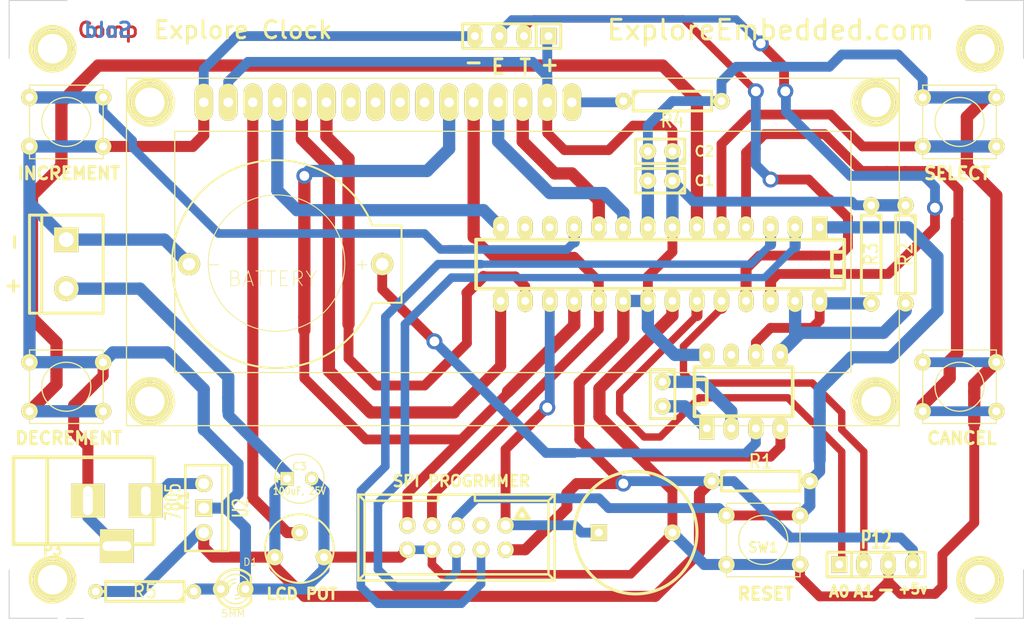
<source format=kicad_pcb>
(kicad_pcb (version 4) (host pcbnew "(2015-01-16 BZR 5376)-product")

  (general
    (links 87)
    (no_connects 0)
    (area 25.273999 23.563999 130.374001 87.680001)
    (thickness 1.6)
    (drawings 35)
    (tracks 431)
    (zones 0)
    (modules 35)
    (nets 31)
  )

  (page A4)
  (layers
    (0 F.Cu signal)
    (31 B.Cu signal)
    (32 B.Adhes user)
    (33 F.Adhes user)
    (34 B.Paste user)
    (35 F.Paste user)
    (36 B.SilkS user)
    (37 F.SilkS user)
    (38 B.Mask user)
    (39 F.Mask user)
    (40 Dwgs.User user)
    (41 Cmts.User user)
    (42 Eco1.User user)
    (43 Eco2.User user)
    (44 Edge.Cuts user)
  )

  (setup
    (last_trace_width 0.254)
    (user_trace_width 0.635)
    (user_trace_width 0.762)
    (user_trace_width 0.889)
    (user_trace_width 1.016)
    (user_trace_width 1.143)
    (user_trace_width 1.27)
    (trace_clearance 0.254)
    (zone_clearance 0.508)
    (zone_45_only no)
    (trace_min 0.254)
    (segment_width 0.1)
    (edge_width 0.1)
    (via_size 0.889)
    (via_drill 0.635)
    (via_min_size 0.889)
    (via_min_drill 0.508)
    (user_via 1.27 0.889)
    (user_via 1.651 1.016)
    (uvia_size 0.508)
    (uvia_drill 0.127)
    (uvias_allowed no)
    (uvia_min_size 0.508)
    (uvia_min_drill 0.127)
    (pcb_text_width 0.3)
    (pcb_text_size 1.5 1.5)
    (mod_edge_width 0.15)
    (mod_text_size 1 1)
    (mod_text_width 0.15)
    (pad_size 1.7 1.7)
    (pad_drill 0.8128)
    (pad_to_mask_clearance 0)
    (aux_axis_origin 0 0)
    (visible_elements 7FFFFDFF)
    (pcbplotparams
      (layerselection 0x01020_00000000)
      (usegerberextensions false)
      (excludeedgelayer true)
      (linewidth 0.150000)
      (plotframeref false)
      (viasonmask false)
      (mode 1)
      (useauxorigin false)
      (hpglpennumber 1)
      (hpglpenspeed 20)
      (hpglpendiameter 15)
      (hpglpenoverlay 2)
      (psnegative false)
      (psa4output false)
      (plotreference true)
      (plotvalue true)
      (plotinvisibletext false)
      (padsonsilk false)
      (subtractmaskfromsilk false)
      (outputformat 2)
      (mirror false)
      (drillshape 0)
      (scaleselection 1)
      (outputdirectory ""))
  )

  (net 0 "")
  (net 1 +5V)
  (net 2 /A0)
  (net 3 /A1)
  (net 4 /Echo)
  (net 5 /MISO)
  (net 6 /MOSI)
  (net 7 /RST)
  (net 8 /RX)
  (net 9 /SCK)
  (net 10 /TX)
  (net 11 /Trig)
  (net 12 GND)
  (net 13 N-000001)
  (net 14 N-0000010)
  (net 15 N-0000011)
  (net 16 N-0000012)
  (net 17 N-0000013)
  (net 18 N-0000014)
  (net 19 N-0000018)
  (net 20 N-0000019)
  (net 21 N-000002)
  (net 22 N-0000020)
  (net 23 N-000003)
  (net 24 N-0000032)
  (net 25 N-0000039)
  (net 26 N-000004)
  (net 27 N-0000040)
  (net 28 N-000005)
  (net 29 N-000006)
  (net 30 N-000008)

  (net_class Default "This is the default net class."
    (clearance 0.254)
    (trace_width 0.254)
    (via_dia 0.889)
    (via_drill 0.635)
    (uvia_dia 0.508)
    (uvia_drill 0.127)
    (add_net +5V)
    (add_net /A0)
    (add_net /A1)
    (add_net /Echo)
    (add_net /MISO)
    (add_net /MOSI)
    (add_net /RST)
    (add_net /RX)
    (add_net /SCK)
    (add_net /TX)
    (add_net /Trig)
    (add_net GND)
    (add_net N-000001)
    (add_net N-0000010)
    (add_net N-0000011)
    (add_net N-0000012)
    (add_net N-0000013)
    (add_net N-0000014)
    (add_net N-0000018)
    (add_net N-0000019)
    (add_net N-000002)
    (add_net N-0000020)
    (add_net N-000003)
    (add_net N-0000032)
    (add_net N-0000039)
    (add_net N-000004)
    (add_net N-0000040)
    (add_net N-000005)
    (add_net N-000006)
    (add_net N-000008)
  )

  (module VASCH5x2 (layer F.Cu) (tedit 551B71EA) (tstamp 551B71D7)
    (at 71.628 79.248 180)
    (descr CONNECTOR)
    (tags CONNECTOR)
    (path /54FAFCFD)
    (attr virtual)
    (fp_text reference P1 (at -8.89 -5.08 180) (layer F.SilkS) hide
      (effects (font (size 1.778 1.778) (thickness 0.0889)))
    )
    (fp_text value CONN_5X2 (at 1.016 6.604 180) (layer F.SilkS) hide
      (effects (font (size 1.778 1.778) (thickness 0.3048)))
    )
    (fp_line (start -9.525 -3.81) (end -10.16 -4.445) (layer F.SilkS) (width 0.254))
    (fp_line (start -9.525 3.81) (end -10.16 4.445) (layer F.SilkS) (width 0.254))
    (fp_line (start 9.525 3.81) (end 10.16 4.445) (layer F.SilkS) (width 0.254))
    (fp_line (start 9.525 -3.81) (end 10.16 -4.445) (layer F.SilkS) (width 0.254))
    (fp_line (start 1.905 4.445) (end 1.905 3.81) (layer F.SilkS) (width 0.254))
    (fp_line (start 1.905 3.81) (end 9.525 3.81) (layer F.SilkS) (width 0.254))
    (fp_line (start 9.525 3.81) (end 9.525 -3.81) (layer F.SilkS) (width 0.254))
    (fp_line (start 9.525 -3.81) (end -9.525 -3.81) (layer F.SilkS) (width 0.254))
    (fp_line (start -9.525 -3.81) (end -9.525 3.81) (layer F.SilkS) (width 0.254))
    (fp_line (start -9.525 3.81) (end -1.905 3.81) (layer F.SilkS) (width 0.254))
    (fp_line (start -1.905 3.81) (end -1.905 4.445) (layer F.SilkS) (width 0.254))
    (fp_line (start -10.16 4.445) (end 10.16 4.445) (layer F.SilkS) (width 0.254))
    (fp_line (start 10.16 -4.445) (end -10.16 -4.445) (layer F.SilkS) (width 0.254))
    (fp_line (start -10.16 -4.445) (end -10.16 4.445) (layer F.SilkS) (width 0.254))
    (fp_line (start 10.16 -4.445) (end 10.16 4.445) (layer F.SilkS) (width 0.254))
    (fp_line (start -7.49808 1.9685) (end -6.79958 3.03784) (layer F.SilkS) (width 0.4064))
    (fp_line (start -6.79958 3.03784) (end -6.09854 1.9685) (layer F.SilkS) (width 0.4064))
    (fp_line (start -6.09854 1.9685) (end -7.49808 1.9685) (layer F.SilkS) (width 0.4064))
    (pad 1 thru_hole circle (at -5.08 1.27 180) (size 1.7 1.7) (drill 0.99822) (layers *.Cu F.Paste F.SilkS F.Mask)
      (net 6 /MOSI))
    (pad 2 thru_hole circle (at -5.08 -1.27 180) (size 1.7 1.7) (drill 0.99822) (layers *.Cu F.Paste F.SilkS F.Mask)
      (net 1 +5V))
    (pad 3 thru_hole circle (at -2.54 1.27 180) (size 1.7 1.7) (drill 0.99822) (layers *.Cu F.Paste F.SilkS F.Mask))
    (pad 4 thru_hole circle (at -2.54 -1.27 180) (size 1.7 1.7) (drill 0.99822) (layers *.Cu F.Paste F.SilkS F.Mask)
      (net 10 /TX))
    (pad 5 thru_hole circle (at 0 1.27 180) (size 1.7 1.7) (drill 0.99822) (layers *.Cu F.Paste F.SilkS F.Mask)
      (net 7 /RST))
    (pad 6 thru_hole circle (at 0 -1.27 180) (size 1.7 1.7) (drill 0.99822) (layers *.Cu F.Paste F.SilkS F.Mask)
      (net 8 /RX))
    (pad 7 thru_hole circle (at 2.54 1.27 180) (size 1.7 1.7) (drill 0.99822) (layers *.Cu F.Paste F.SilkS F.Mask)
      (net 9 /SCK))
    (pad 8 thru_hole circle (at 2.54 -1.27 180) (size 1.7 1.7) (drill 0.99822) (layers *.Cu F.Paste F.SilkS F.Mask)
      (net 12 GND))
    (pad 9 thru_hole circle (at 5.08 1.27 180) (size 1.7 1.7) (drill 0.99822) (layers *.Cu F.Paste F.SilkS F.Mask)
      (net 5 /MISO))
    (pad 10 thru_hole circle (at 5.08 -1.27 180) (size 1.7 1.7) (drill 0.99822) (layers *.Cu F.Paste F.SilkS F.Mask)
      (net 12 GND))
  )

  (module RV2 (layer F.Cu) (tedit 551B750E) (tstamp 54FB2A1F)
    (at 55.372 80.01)
    (descr "Resistance variable / potentiometre")
    (tags R)
    (path /54FAFBE9)
    (autoplace_cost90 10)
    (autoplace_cost180 10)
    (fp_text reference RV1 (at 0 -5.08) (layer F.SilkS) hide
      (effects (font (size 1.397 1.27) (thickness 0.2032)))
    )
    (fp_text value POT (at -0.254 5.207) (layer F.SilkS) hide
      (effects (font (size 1.397 1.27) (thickness 0.2032)))
    )
    (fp_circle (center 0 0.381) (end 0 -3.175) (layer F.SilkS) (width 0.2032))
    (pad 1 thru_hole circle (at -2.54 1.27) (size 1.7 1.7) (drill 0.8128) (layers *.Cu *.Mask F.SilkS)
      (net 1 +5V))
    (pad 2 thru_hole circle (at 0 -1.27) (size 1.7 1.7) (drill 0.8128) (layers *.Cu *.Mask F.SilkS)
      (net 15 N-0000011))
    (pad 3 thru_hole circle (at 2.54 1.27) (size 1.7 1.7) (drill 0.8128) (layers *.Cu *.Mask F.SilkS)
      (net 12 GND))
    (model discret/adjustable_rx2.wrl
      (at (xyz 0 0 0))
      (scale (xyz 1 1 1))
      (rotate (xyz 0 0 0))
    )
  )

  (module R4 (layer F.Cu) (tedit 551B79BF) (tstamp 54FB2A2D)
    (at 93.98 34.036)
    (descr "Resitance 4 pas")
    (tags R)
    (path /54FAFC07)
    (autoplace_cost180 10)
    (fp_text reference R4 (at 0 2.032) (layer F.SilkS)
      (effects (font (size 1.397 1.27) (thickness 0.2032)))
    )
    (fp_text value 2.2K (at 0 0) (layer F.SilkS) hide
      (effects (font (size 1.397 1.27) (thickness 0.2032)))
    )
    (fp_line (start -5.08 0) (end -4.064 0) (layer F.SilkS) (width 0.3048))
    (fp_line (start -4.064 0) (end -4.064 -1.016) (layer F.SilkS) (width 0.3048))
    (fp_line (start -4.064 -1.016) (end 4.064 -1.016) (layer F.SilkS) (width 0.3048))
    (fp_line (start 4.064 -1.016) (end 4.064 1.016) (layer F.SilkS) (width 0.3048))
    (fp_line (start 4.064 1.016) (end -4.064 1.016) (layer F.SilkS) (width 0.3048))
    (fp_line (start -4.064 1.016) (end -4.064 0) (layer F.SilkS) (width 0.3048))
    (fp_line (start -4.064 -0.508) (end -3.556 -1.016) (layer F.SilkS) (width 0.3048))
    (fp_line (start 5.08 0) (end 4.064 0) (layer F.SilkS) (width 0.3048))
    (pad 1 thru_hole circle (at -5.08 0) (size 1.7 1.7) (drill 0.8128) (layers *.Cu *.Mask F.SilkS)
      (net 22 N-0000020))
    (pad 2 thru_hole circle (at 5.08 0) (size 1.7 1.7) (drill 0.8128) (layers *.Cu *.Mask F.SilkS)
      (net 12 GND))
    (model discret/resistor.wrl
      (at (xyz 0 0 0))
      (scale (xyz 0.4 0.4 0.4))
      (rotate (xyz 0 0 0))
    )
  )

  (module R4 (layer F.Cu) (tedit 551B79EC) (tstamp 54FB2A3B)
    (at 114.554 49.911 270)
    (descr "Resitance 4 pas")
    (tags R)
    (path /54FAFC5A)
    (autoplace_cost180 10)
    (fp_text reference R3 (at 0 0 270) (layer F.SilkS)
      (effects (font (size 1.397 1.27) (thickness 0.2032)))
    )
    (fp_text value 10K (at 0 0 270) (layer F.SilkS) hide
      (effects (font (size 1.397 1.27) (thickness 0.2032)))
    )
    (fp_line (start -5.08 0) (end -4.064 0) (layer F.SilkS) (width 0.3048))
    (fp_line (start -4.064 0) (end -4.064 -1.016) (layer F.SilkS) (width 0.3048))
    (fp_line (start -4.064 -1.016) (end 4.064 -1.016) (layer F.SilkS) (width 0.3048))
    (fp_line (start 4.064 -1.016) (end 4.064 1.016) (layer F.SilkS) (width 0.3048))
    (fp_line (start 4.064 1.016) (end -4.064 1.016) (layer F.SilkS) (width 0.3048))
    (fp_line (start -4.064 1.016) (end -4.064 0) (layer F.SilkS) (width 0.3048))
    (fp_line (start -4.064 -0.508) (end -3.556 -1.016) (layer F.SilkS) (width 0.3048))
    (fp_line (start 5.08 0) (end 4.064 0) (layer F.SilkS) (width 0.3048))
    (pad 1 thru_hole circle (at -5.08 0 270) (size 1.7 1.7) (drill 0.8128) (layers *.Cu *.Mask F.SilkS)
      (net 1 +5V))
    (pad 2 thru_hole circle (at 5.08 0 270) (size 1.7 1.7) (drill 0.8128) (layers *.Cu *.Mask F.SilkS)
      (net 30 N-000008))
    (model discret/resistor.wrl
      (at (xyz 0 0 0))
      (scale (xyz 0.4 0.4 0.4))
      (rotate (xyz 0 0 0))
    )
  )

  (module R4 (layer F.Cu) (tedit 551B79E8) (tstamp 54FB2A49)
    (at 118.11 49.911 270)
    (descr "Resitance 4 pas")
    (tags R)
    (path /54FAFC60)
    (autoplace_cost180 10)
    (fp_text reference R2 (at 0 0 270) (layer F.SilkS)
      (effects (font (size 1.397 1.27) (thickness 0.2032)))
    )
    (fp_text value 10K (at 0 0 270) (layer F.SilkS) hide
      (effects (font (size 1.397 1.27) (thickness 0.2032)))
    )
    (fp_line (start -5.08 0) (end -4.064 0) (layer F.SilkS) (width 0.3048))
    (fp_line (start -4.064 0) (end -4.064 -1.016) (layer F.SilkS) (width 0.3048))
    (fp_line (start -4.064 -1.016) (end 4.064 -1.016) (layer F.SilkS) (width 0.3048))
    (fp_line (start 4.064 -1.016) (end 4.064 1.016) (layer F.SilkS) (width 0.3048))
    (fp_line (start 4.064 1.016) (end -4.064 1.016) (layer F.SilkS) (width 0.3048))
    (fp_line (start -4.064 1.016) (end -4.064 0) (layer F.SilkS) (width 0.3048))
    (fp_line (start -4.064 -0.508) (end -3.556 -1.016) (layer F.SilkS) (width 0.3048))
    (fp_line (start 5.08 0) (end 4.064 0) (layer F.SilkS) (width 0.3048))
    (pad 1 thru_hole circle (at -5.08 0 270) (size 1.7 1.7) (drill 0.8128) (layers *.Cu *.Mask F.SilkS)
      (net 1 +5V))
    (pad 2 thru_hole circle (at 5.08 0 270) (size 1.7 1.7) (drill 0.8128) (layers *.Cu *.Mask F.SilkS)
      (net 14 N-0000010))
    (model discret/resistor.wrl
      (at (xyz 0 0 0))
      (scale (xyz 0.4 0.4 0.4))
      (rotate (xyz 0 0 0))
    )
  )

  (module R4 (layer F.Cu) (tedit 551B7585) (tstamp 54FB2A57)
    (at 103.124 73.406)
    (descr "Resitance 4 pas")
    (tags R)
    (path /54FAFCBA)
    (autoplace_cost180 10)
    (fp_text reference R1 (at 0 -2.032) (layer F.SilkS)
      (effects (font (size 1.397 1.27) (thickness 0.2032)))
    )
    (fp_text value 10K (at 0 0) (layer F.SilkS) hide
      (effects (font (size 1.397 1.27) (thickness 0.2032)))
    )
    (fp_line (start -5.08 0) (end -4.064 0) (layer F.SilkS) (width 0.3048))
    (fp_line (start -4.064 0) (end -4.064 -1.016) (layer F.SilkS) (width 0.3048))
    (fp_line (start -4.064 -1.016) (end 4.064 -1.016) (layer F.SilkS) (width 0.3048))
    (fp_line (start 4.064 -1.016) (end 4.064 1.016) (layer F.SilkS) (width 0.3048))
    (fp_line (start 4.064 1.016) (end -4.064 1.016) (layer F.SilkS) (width 0.3048))
    (fp_line (start -4.064 1.016) (end -4.064 0) (layer F.SilkS) (width 0.3048))
    (fp_line (start -4.064 -0.508) (end -3.556 -1.016) (layer F.SilkS) (width 0.3048))
    (fp_line (start 5.08 0) (end 4.064 0) (layer F.SilkS) (width 0.3048))
    (pad 1 thru_hole circle (at -5.08 0) (size 1.7 1.7) (drill 0.8128) (layers *.Cu *.Mask F.SilkS)
      (net 1 +5V))
    (pad 2 thru_hole circle (at 5.08 0) (size 1.7 1.7) (drill 0.8128) (layers *.Cu *.Mask F.SilkS)
      (net 7 /RST))
    (model discret/resistor.wrl
      (at (xyz 0 0 0))
      (scale (xyz 0.4 0.4 0.4))
      (rotate (xyz 0 0 0))
    )
  )

  (module DIP-8__300_ELL (layer F.Cu) (tedit 551900EB) (tstamp 54FB2A6A)
    (at 101.346 64.135)
    (descr "8 pins DIL package, elliptical pads")
    (tags DIL)
    (path /54FAFDFB)
    (fp_text reference U1 (at -6.35 0 90) (layer F.SilkS) hide
      (effects (font (size 1.778 1.143) (thickness 0.28575)))
    )
    (fp_text value DS1307 (at 0 0) (layer F.SilkS) hide
      (effects (font (size 1.778 1.016) (thickness 0.254)))
    )
    (fp_line (start -5.08 -1.27) (end -3.81 -1.27) (layer F.SilkS) (width 0.381))
    (fp_line (start -3.81 -1.27) (end -3.81 1.27) (layer F.SilkS) (width 0.381))
    (fp_line (start -3.81 1.27) (end -5.08 1.27) (layer F.SilkS) (width 0.381))
    (fp_line (start -5.08 -2.54) (end 5.08 -2.54) (layer F.SilkS) (width 0.381))
    (fp_line (start 5.08 -2.54) (end 5.08 2.54) (layer F.SilkS) (width 0.381))
    (fp_line (start 5.08 2.54) (end -5.08 2.54) (layer F.SilkS) (width 0.381))
    (fp_line (start -5.08 2.54) (end -5.08 -2.54) (layer F.SilkS) (width 0.381))
    (pad 1 thru_hole rect (at -3.81 3.81) (size 1.5748 2.286) (drill 0.8128) (layers *.Cu *.Mask F.SilkS)
      (net 23 N-000003))
    (pad 2 thru_hole oval (at -1.27 3.81) (size 1.5748 2.286) (drill 0.8128) (layers *.Cu *.Mask F.SilkS)
      (net 17 N-0000013))
    (pad 3 thru_hole oval (at 1.27 3.81) (size 1.5748 2.286) (drill 0.8128) (layers *.Cu *.Mask F.SilkS)
      (net 21 N-000002))
    (pad 4 thru_hole oval (at 3.81 3.81) (size 1.5748 2.286) (drill 0.8128) (layers *.Cu *.Mask F.SilkS)
      (net 12 GND))
    (pad 5 thru_hole oval (at 3.81 -3.81) (size 1.5748 2.286) (drill 0.8128) (layers *.Cu *.Mask F.SilkS)
      (net 14 N-0000010))
    (pad 6 thru_hole oval (at 1.27 -3.81) (size 1.5748 2.286) (drill 0.8128) (layers *.Cu *.Mask F.SilkS)
      (net 30 N-000008))
    (pad 7 thru_hole oval (at -1.27 -3.81) (size 1.5748 2.286) (drill 0.8128) (layers *.Cu *.Mask F.SilkS))
    (pad 8 thru_hole oval (at -3.81 -3.81) (size 1.5748 2.286) (drill 0.8128) (layers *.Cu *.Mask F.SilkS)
      (net 1 +5V))
    (model dil/dil_8.wrl
      (at (xyz 0 0 0))
      (scale (xyz 1 1 1))
      (rotate (xyz 0 0 0))
    )
  )

  (module DIP-28__300_ELL (layer F.Cu) (tedit 551900F9) (tstamp 54FB2A91)
    (at 92.71 50.927 180)
    (descr "28 pins DIL package, elliptical pads, width 300mil")
    (tags DIL)
    (path /54FAFBD7)
    (fp_text reference IC1 (at -11.43 0 180) (layer F.SilkS) hide
      (effects (font (size 1.524 1.143) (thickness 0.28575)))
    )
    (fp_text value ATMEGA8-P (at 6.985 0 180) (layer F.SilkS) hide
      (effects (font (size 1.524 1.143) (thickness 0.28575)))
    )
    (fp_line (start -19.05 -2.54) (end 19.05 -2.54) (layer F.SilkS) (width 0.381))
    (fp_line (start 19.05 -2.54) (end 19.05 2.54) (layer F.SilkS) (width 0.381))
    (fp_line (start 19.05 2.54) (end -19.05 2.54) (layer F.SilkS) (width 0.381))
    (fp_line (start -19.05 2.54) (end -19.05 -2.54) (layer F.SilkS) (width 0.381))
    (fp_line (start -19.05 -1.27) (end -17.78 -1.27) (layer F.SilkS) (width 0.381))
    (fp_line (start -17.78 -1.27) (end -17.78 1.27) (layer F.SilkS) (width 0.381))
    (fp_line (start -17.78 1.27) (end -19.05 1.27) (layer F.SilkS) (width 0.381))
    (pad 2 thru_hole oval (at -13.97 3.81 180) (size 1.5748 2.286) (drill 0.8128) (layers *.Cu *.Mask F.SilkS)
      (net 8 /RX))
    (pad 3 thru_hole oval (at -11.43 3.81 180) (size 1.5748 2.286) (drill 0.8128) (layers *.Cu *.Mask F.SilkS)
      (net 10 /TX))
    (pad 4 thru_hole oval (at -8.89 3.81 180) (size 1.5748 2.286) (drill 0.8128) (layers *.Cu *.Mask F.SilkS)
      (net 29 N-000006))
    (pad 5 thru_hole oval (at -6.35 3.81 180) (size 1.5748 2.286) (drill 0.8128) (layers *.Cu *.Mask F.SilkS)
      (net 28 N-000005))
    (pad 6 thru_hole oval (at -3.81 3.81 180) (size 1.5748 2.286) (drill 0.8128) (layers *.Cu *.Mask F.SilkS)
      (net 13 N-000001))
    (pad 7 thru_hole oval (at -1.27 3.81 180) (size 1.5748 2.286) (drill 0.8128) (layers *.Cu *.Mask F.SilkS)
      (net 1 +5V))
    (pad 8 thru_hole oval (at 1.27 3.81 180) (size 1.5748 2.286) (drill 0.8128) (layers *.Cu *.Mask F.SilkS)
      (net 12 GND))
    (pad 9 thru_hole oval (at 3.81 3.81 180) (size 1.5748 2.286) (drill 0.8128) (layers *.Cu *.Mask F.SilkS)
      (net 18 N-0000014))
    (pad 10 thru_hole oval (at 6.35 3.81 180) (size 1.5748 2.286) (drill 0.8128) (layers *.Cu *.Mask F.SilkS)
      (net 16 N-0000012))
    (pad 11 thru_hole oval (at 8.89 3.81 180) (size 1.5748 2.286) (drill 0.8128) (layers *.Cu *.Mask F.SilkS)
      (net 26 N-000004))
    (pad 12 thru_hole oval (at 11.43 3.81 180) (size 1.5748 2.286) (drill 0.8128) (layers *.Cu *.Mask F.SilkS))
    (pad 13 thru_hole oval (at 13.97 3.81 180) (size 1.5748 2.286) (drill 0.8128) (layers *.Cu *.Mask F.SilkS))
    (pad 14 thru_hole oval (at 16.51 3.81 180) (size 1.5748 2.286) (drill 0.8128) (layers *.Cu *.Mask F.SilkS)
      (net 24 N-0000032))
    (pad 1 thru_hole rect (at -16.51 3.81 180) (size 1.5748 2.286) (drill 0.8128) (layers *.Cu *.Mask F.SilkS)
      (net 7 /RST))
    (pad 15 thru_hole oval (at 16.51 -3.81 180) (size 1.5748 2.286) (drill 0.8128) (layers *.Cu *.Mask F.SilkS)
      (net 27 N-0000040))
    (pad 16 thru_hole oval (at 13.97 -3.81 180) (size 1.5748 2.286) (drill 0.8128) (layers *.Cu *.Mask F.SilkS)
      (net 25 N-0000039))
    (pad 17 thru_hole oval (at 11.43 -3.81 180) (size 1.5748 2.286) (drill 0.8128) (layers *.Cu *.Mask F.SilkS)
      (net 6 /MOSI))
    (pad 18 thru_hole oval (at 8.89 -3.81 180) (size 1.5748 2.286) (drill 0.8128) (layers *.Cu *.Mask F.SilkS)
      (net 5 /MISO))
    (pad 19 thru_hole oval (at 6.35 -3.81 180) (size 1.5748 2.286) (drill 0.8128) (layers *.Cu *.Mask F.SilkS)
      (net 9 /SCK))
    (pad 20 thru_hole oval (at 3.81 -3.81 180) (size 1.5748 2.286) (drill 0.8128) (layers *.Cu *.Mask F.SilkS)
      (net 1 +5V))
    (pad 21 thru_hole oval (at 1.27 -3.81 180) (size 1.5748 2.286) (drill 0.8128) (layers *.Cu *.Mask F.SilkS)
      (net 1 +5V))
    (pad 22 thru_hole oval (at -1.27 -3.81 180) (size 1.5748 2.286) (drill 0.8128) (layers *.Cu *.Mask F.SilkS)
      (net 12 GND))
    (pad 23 thru_hole oval (at -3.81 -3.81 180) (size 1.5748 2.286) (drill 0.8128) (layers *.Cu *.Mask F.SilkS)
      (net 2 /A0))
    (pad 24 thru_hole oval (at -6.35 -3.81 180) (size 1.5748 2.286) (drill 0.8128) (layers *.Cu *.Mask F.SilkS)
      (net 3 /A1))
    (pad 25 thru_hole oval (at -8.89 -3.81 180) (size 1.5748 2.286) (drill 0.8128) (layers *.Cu *.Mask F.SilkS)
      (net 11 /Trig))
    (pad 26 thru_hole oval (at -11.43 -3.81 180) (size 1.5748 2.286) (drill 0.8128) (layers *.Cu *.Mask F.SilkS)
      (net 4 /Echo))
    (pad 27 thru_hole oval (at -13.97 -3.81 180) (size 1.5748 2.286) (drill 0.8128) (layers *.Cu *.Mask F.SilkS)
      (net 14 N-0000010))
    (pad 28 thru_hole oval (at -16.51 -3.81 180) (size 1.5748 2.286) (drill 0.8128) (layers *.Cu *.Mask F.SilkS)
      (net 30 N-000008))
    (model dil/dil_28-w300.wrl
      (at (xyz 0 0 0))
      (scale (xyz 1 1 1))
      (rotate (xyz 0 0 0))
    )
  )

  (module C1 (layer F.Cu) (tedit 551B79F7) (tstamp 55100F3C)
    (at 92.964 64.389 270)
    (descr "Condensateur e = 1 pas")
    (tags C)
    (path /54FAFC50)
    (fp_text reference X1 (at 0.254 -2.286 270) (layer F.SilkS) hide
      (effects (font (size 1.016 1.016) (thickness 0.2032)))
    )
    (fp_text value CRYSTAL (at 0 -2.286 270) (layer F.SilkS) hide
      (effects (font (size 1.016 1.016) (thickness 0.2032)))
    )
    (fp_line (start -2.4892 -1.27) (end 2.54 -1.27) (layer F.SilkS) (width 0.3048))
    (fp_line (start 2.54 -1.27) (end 2.54 1.27) (layer F.SilkS) (width 0.3048))
    (fp_line (start 2.54 1.27) (end -2.54 1.27) (layer F.SilkS) (width 0.3048))
    (fp_line (start -2.54 1.27) (end -2.54 -1.27) (layer F.SilkS) (width 0.3048))
    (fp_line (start -2.54 -0.635) (end -1.905 -1.27) (layer F.SilkS) (width 0.3048))
    (pad 1 thru_hole circle (at -1.27 0 270) (size 1.7 1.7) (drill 0.8128) (layers *.Cu *.Mask F.SilkS)
      (net 17 N-0000013))
    (pad 2 thru_hole circle (at 1.27 0 270) (size 1.7 1.7) (drill 0.8128) (layers *.Cu *.Mask F.SilkS)
      (net 23 N-000003))
    (model discret/capa_1_pas.wrl
      (at (xyz 0 0 0))
      (scale (xyz 1 1 1))
      (rotate (xyz 0 0 0))
    )
  )

  (module C1 (layer F.Cu) (tedit 551B79C8) (tstamp 54FB2AA7)
    (at 92.71 39.243 180)
    (descr "Condensateur e = 1 pas")
    (tags C)
    (path /54FAFC3D)
    (fp_text reference C2 (at -4.572 0 180) (layer F.SilkS)
      (effects (font (size 1.016 1.016) (thickness 0.2032)))
    )
    (fp_text value 0.1uF (at 0 -2.286 180) (layer F.SilkS) hide
      (effects (font (size 1.016 1.016) (thickness 0.2032)))
    )
    (fp_line (start -2.4892 -1.27) (end 2.54 -1.27) (layer F.SilkS) (width 0.3048))
    (fp_line (start 2.54 -1.27) (end 2.54 1.27) (layer F.SilkS) (width 0.3048))
    (fp_line (start 2.54 1.27) (end -2.54 1.27) (layer F.SilkS) (width 0.3048))
    (fp_line (start -2.54 1.27) (end -2.54 -1.27) (layer F.SilkS) (width 0.3048))
    (fp_line (start -2.54 -0.635) (end -1.905 -1.27) (layer F.SilkS) (width 0.3048))
    (pad 1 thru_hole circle (at -1.27 0 180) (size 1.7 1.7) (drill 0.8128) (layers *.Cu *.Mask F.SilkS)
      (net 1 +5V))
    (pad 2 thru_hole circle (at 1.27 0 180) (size 1.7 1.7) (drill 0.8128) (layers *.Cu *.Mask F.SilkS)
      (net 12 GND))
    (model discret/capa_1_pas.wrl
      (at (xyz 0 0 0))
      (scale (xyz 1 1 1))
      (rotate (xyz 0 0 0))
    )
  )

  (module C1 (layer F.Cu) (tedit 551B79D2) (tstamp 54FB2AB2)
    (at 92.71 42.291 180)
    (descr "Condensateur e = 1 pas")
    (tags C)
    (path /54FAFC37)
    (fp_text reference C1 (at -4.572 0 180) (layer F.SilkS)
      (effects (font (size 1.016 1.016) (thickness 0.2032)))
    )
    (fp_text value 0.1uF (at 0 -2.286 180) (layer F.SilkS) hide
      (effects (font (size 1.016 1.016) (thickness 0.2032)))
    )
    (fp_line (start -2.4892 -1.27) (end 2.54 -1.27) (layer F.SilkS) (width 0.3048))
    (fp_line (start 2.54 -1.27) (end 2.54 1.27) (layer F.SilkS) (width 0.3048))
    (fp_line (start 2.54 1.27) (end -2.54 1.27) (layer F.SilkS) (width 0.3048))
    (fp_line (start -2.54 1.27) (end -2.54 -1.27) (layer F.SilkS) (width 0.3048))
    (fp_line (start -2.54 -0.635) (end -1.905 -1.27) (layer F.SilkS) (width 0.3048))
    (pad 1 thru_hole circle (at -1.27 0 180) (size 1.7 1.7) (drill 0.8128) (layers *.Cu *.Mask F.SilkS)
      (net 1 +5V))
    (pad 2 thru_hole circle (at 1.27 0 180) (size 1.7 1.7) (drill 0.8128) (layers *.Cu *.Mask F.SilkS)
      (net 12 GND))
    (model discret/capa_1_pas.wrl
      (at (xyz 0 0 0))
      (scale (xyz 1 1 1))
      (rotate (xyz 0 0 0))
    )
  )

  (module BATT_rtc_XL (layer F.Cu) (tedit 551B7A1D) (tstamp 54FB2AC6)
    (at 43.942 50.927)
    (path /54FAFD21)
    (attr virtual)
    (fp_text reference BT1 (at 4.064 -1.016) (layer F.SilkS) hide
      (effects (font (thickness 0.0889)))
    )
    (fp_text value BATTERY (at 8.636 1.524) (layer F.SilkS)
      (effects (font (thickness 0.0889)))
    )
    (fp_line (start 18.9992 -3.99796) (end 21.99894 -3.99796) (layer F.SilkS) (width 0.2032))
    (fp_line (start 21.99894 -3.99796) (end 21.99894 3.99796) (layer F.SilkS) (width 0.2032))
    (fp_line (start 21.99894 3.99796) (end 18.9992 3.99796) (layer F.SilkS) (width 0.2032))
    (fp_circle (center 9.05764 -0.09906) (end 14.05636 -5.09778) (layer F.SilkS) (width 0.1016))
    (fp_arc (start 8.99922 0) (end 18.9992 3.99796) (angle 316.3) (layer F.SilkS) (width 0.2032))
    (fp_text user + (at 17.9197 -0.03302) (layer F.SilkS)
      (effects (font (size 1.27 1.27) (thickness 0.0889)))
    )
    (fp_text user - (at 2.58318 -0.03302) (layer F.SilkS)
      (effects (font (size 1.27 1.27) (thickness 0.0889)))
    )
    (pad 1 thru_hole circle (at 19.99996 0) (size 2.3 2.3) (drill 1.29794) (layers *.Cu F.Paste F.SilkS F.Mask)
      (net 21 N-000002))
    (pad 2 thru_hole circle (at 0 0) (size 2.3 2.3) (drill 1.29794) (layers *.Cu F.Paste F.SilkS F.Mask)
      (net 12 GND))
  )

  (module lcd_2x16_led_backlight-HY-1602F (layer F.Cu) (tedit 551B82A6) (tstamp 54FB2AF2)
    (at 42.926 34.163)
    (path /54FAFDE2)
    (attr virtual)
    (fp_text reference LCD1 (at 0 -5.588) (layer B.SilkS) hide
      (effects (font (thickness 0.3048)))
    )
    (fp_text value LCD_2X16_SIL (at 16.256 -5.588) (layer F.SilkS) hide
      (effects (font (thickness 0.15)))
    )
    (fp_line (start -5.45846 -2.49936) (end 74.53884 -2.49936) (layer F.SilkS) (width 0.127))
    (fp_line (start 74.53884 -2.49936) (end 74.53884 33.49752) (layer F.SilkS) (width 0.127))
    (fp_line (start 74.53884 33.49752) (end -5.45846 33.49752) (layer F.SilkS) (width 0.127))
    (fp_line (start -5.45846 33.49752) (end -5.45846 -2.49936) (layer F.SilkS) (width 0.127))
    (fp_line (start -0.45974 2.99974) (end 69.53758 2.99974) (layer F.SilkS) (width 0.127))
    (fp_line (start 69.53758 2.99974) (end 69.53758 27.99842) (layer F.SilkS) (width 0.127))
    (fp_line (start -0.45974 2.99974) (end -0.45974 27.99842) (layer F.SilkS) (width 0.127))
    (fp_line (start -0.45974 27.99842) (end 69.53758 27.99842) (layer F.SilkS) (width 0.127))
    (fp_circle (center -2.9591 0) (end -4.74218 1.78308) (layer F.SilkS) (width 0.0635))
    (fp_circle (center 72.03948 0) (end 73.8251 1.78562) (layer F.SilkS) (width 0.0635))
    (fp_circle (center 72.03948 30.99816) (end 73.8251 32.78378) (layer F.SilkS) (width 0.0635))
    (fp_circle (center -2.9591 30.99816) (end -4.74218 32.78124) (layer F.SilkS) (width 0.0635))
    (fp_circle (center -2.9591 0) (end -3.58394 0.62484) (layer F.SilkS) (width 0.127))
    (fp_line (start -4.20878 0) (end -1.70942 0) (layer F.SilkS) (width 0.127))
    (fp_line (start -2.9591 1.24968) (end -2.9591 -1.24968) (layer F.SilkS) (width 0.127))
    (fp_circle (center 72.03948 0) (end 72.66432 0.62484) (layer F.SilkS) (width 0.127))
    (fp_line (start 70.7898 0) (end 73.28916 0) (layer F.SilkS) (width 0.127))
    (fp_line (start 72.03948 1.24968) (end 72.03948 -1.24968) (layer F.SilkS) (width 0.127))
    (fp_circle (center -2.9591 30.99816) (end -3.58394 31.623) (layer F.SilkS) (width 0.127))
    (fp_line (start -4.20878 30.99816) (end -1.70942 30.99816) (layer F.SilkS) (width 0.127))
    (fp_line (start -2.9591 32.24784) (end -2.9591 29.74848) (layer F.SilkS) (width 0.127))
    (fp_circle (center 72.03948 30.99816) (end 72.66432 31.623) (layer F.SilkS) (width 0.127))
    (fp_line (start 70.7898 30.99816) (end 73.28916 30.99816) (layer F.SilkS) (width 0.127))
    (fp_line (start 72.03948 32.24784) (end 72.03948 29.74848) (layer F.SilkS) (width 0.127))
    (pad 1 thru_hole oval (at 2.54 0) (size 1.9304 3.8608) (drill 0.99822) (layers *.Cu *.Mask F.Paste F.SilkS)
      (net 12 GND))
    (pad 2 thru_hole oval (at 5.08 0) (size 1.9304 3.8608) (drill 0.99822) (layers *.Cu *.Mask F.Paste F.SilkS)
      (net 1 +5V))
    (pad 3 thru_hole oval (at 7.62 0) (size 1.9304 3.8608) (drill 0.99822) (layers *.Cu *.Mask F.Paste F.SilkS)
      (net 15 N-0000011))
    (pad 4 thru_hole oval (at 10.16 0) (size 1.9304 3.8608) (drill 0.99822) (layers *.Cu *.Mask F.Paste F.SilkS)
      (net 24 N-0000032))
    (pad 5 thru_hole oval (at 12.7 0) (size 1.9304 3.8608) (drill 0.99822) (layers *.Cu *.Mask F.Paste F.SilkS)
      (net 27 N-0000040))
    (pad 6 thru_hole oval (at 15.24 0) (size 1.9304 3.8608) (drill 0.99822) (layers *.Cu *.Mask F.Paste F.SilkS)
      (net 25 N-0000039))
    (pad 7 thru_hole oval (at 17.78 0) (size 1.9304 3.8608) (drill 0.99822) (layers *.Cu *.Mask F.Paste F.SilkS))
    (pad 8 thru_hole oval (at 20.32 0) (size 1.9304 3.8608) (drill 0.99822) (layers *.Cu *.Mask F.Paste F.SilkS))
    (pad 9 thru_hole oval (at 22.86 0) (size 1.9304 3.8608) (drill 0.99822) (layers *.Cu *.Mask F.Paste F.SilkS))
    (pad 10 thru_hole oval (at 25.4 0) (size 1.9304 3.8608) (drill 0.99822) (layers *.Cu *.Mask F.Paste F.SilkS))
    (pad 11 thru_hole oval (at 27.94 0) (size 1.9304 3.8608) (drill 0.99822) (layers *.Cu *.Mask F.Paste F.SilkS)
      (net 5 /MISO))
    (pad 12 thru_hole oval (at 30.48 0) (size 1.9304 3.8608) (drill 0.99822) (layers *.Cu *.Mask F.Paste F.SilkS)
      (net 9 /SCK))
    (pad 13 thru_hole oval (at 33.02 0) (size 1.9304 3.8608) (drill 0.99822) (layers *.Cu *.Mask F.Paste F.SilkS)
      (net 18 N-0000014))
    (pad 14 thru_hole oval (at 35.56 0) (size 1.9304 3.8608) (drill 0.99822) (layers *.Cu *.Mask F.Paste F.SilkS)
      (net 16 N-0000012))
    (pad 15 thru_hole oval (at 38.1 0) (size 1.9304 3.8608) (drill 0.99822) (layers *.Cu *.Mask F.Paste F.SilkS)
      (net 1 +5V))
    (pad 16 thru_hole oval (at 40.64 0) (size 1.9304 3.8608) (drill 0.99822) (layers *.Cu *.Mask F.Paste F.SilkS)
      (net 22 N-0000020))
    (model discret/lcds/lcd_16x2_cinza.wrl
      (at (xyz 1.3 -0.6 0.3))
      (scale (xyz 1.4 1.9 1.9))
      (rotate (xyz 0 0 0))
    )
  )

  (module SW_PUSH_SMALL (layer F.Cu) (tedit 551B7147) (tstamp 54FB29D5)
    (at 31.242 63.627)
    (path /54FAFC78)
    (fp_text reference SW3 (at 0 -0.762) (layer F.SilkS) hide
      (effects (font (size 1.016 1.016) (thickness 0.2032)))
    )
    (fp_text value DEC (at 0 5.08) (layer F.SilkS) hide
      (effects (font (size 1.016 1.016) (thickness 0.2032)))
    )
    (fp_circle (center 0 0) (end 0 -2.54) (layer F.SilkS) (width 0.127))
    (fp_line (start -3.81 -3.81) (end 3.81 -3.81) (layer F.SilkS) (width 0.127))
    (fp_line (start 3.81 -3.81) (end 3.81 3.81) (layer F.SilkS) (width 0.127))
    (fp_line (start 3.81 3.81) (end -3.81 3.81) (layer F.SilkS) (width 0.127))
    (fp_line (start -3.81 -3.81) (end -3.81 3.81) (layer F.SilkS) (width 0.127))
    (pad 1 thru_hole circle (at 3.81 -2.54) (size 1.7 1.7) (drill 0.8128) (layers *.Cu *.Mask F.SilkS)
      (net 12 GND))
    (pad 2 thru_hole circle (at 3.81 2.54) (size 1.7 1.7) (drill 0.8128) (layers *.Cu *.Mask F.SilkS)
      (net 13 N-000001))
    (pad 1 thru_hole circle (at -3.81 -2.54) (size 1.7 1.7) (drill 0.8128) (layers *.Cu *.Mask F.SilkS)
      (net 12 GND))
    (pad 2 thru_hole circle (at -3.81 2.54) (size 1.7 1.7) (drill 0.8128) (layers *.Cu *.Mask F.SilkS)
      (net 13 N-000001))
    (model discret/push_butt_shape1_blue.wrl
      (at (xyz 0 0 0))
      (scale (xyz 1 1 1))
      (rotate (xyz 0 0 0))
    )
  )

  (module SW_PUSH_SMALL (layer F.Cu) (tedit 551B799B) (tstamp 54FB29E2)
    (at 123.698 63.627)
    (path /54FAFC7E)
    (fp_text reference SW5 (at 0 -0.762) (layer F.SilkS) hide
      (effects (font (size 1.016 1.016) (thickness 0.2032)))
    )
    (fp_text value CAN (at -0.508 5.08) (layer F.SilkS) hide
      (effects (font (size 1.016 1.016) (thickness 0.2032)))
    )
    (fp_circle (center 0 0) (end 0 -2.54) (layer F.SilkS) (width 0.127))
    (fp_line (start -3.81 -3.81) (end 3.81 -3.81) (layer F.SilkS) (width 0.127))
    (fp_line (start 3.81 -3.81) (end 3.81 3.81) (layer F.SilkS) (width 0.127))
    (fp_line (start 3.81 3.81) (end -3.81 3.81) (layer F.SilkS) (width 0.127))
    (fp_line (start -3.81 -3.81) (end -3.81 3.81) (layer F.SilkS) (width 0.127))
    (pad 1 thru_hole circle (at 3.81 -2.54) (size 1.7 1.7) (drill 0.8128) (layers *.Cu *.Mask F.SilkS)
      (net 12 GND))
    (pad 2 thru_hole circle (at 3.81 2.54) (size 1.7 1.7) (drill 0.8128) (layers *.Cu *.Mask F.SilkS)
      (net 29 N-000006))
    (pad 1 thru_hole circle (at -3.81 -2.54) (size 1.7 1.7) (drill 0.8128) (layers *.Cu *.Mask F.SilkS)
      (net 12 GND))
    (pad 2 thru_hole circle (at -3.81 2.54) (size 1.7 1.7) (drill 0.8128) (layers *.Cu *.Mask F.SilkS)
      (net 29 N-000006))
    (model discret/push_butt_shape1_green.wrl
      (at (xyz 0 0 0))
      (scale (xyz 1 1 1))
      (rotate (xyz 0 0 0))
    )
  )

  (module SW_PUSH_SMALL (layer F.Cu) (tedit 551B715E) (tstamp 54FB29EF)
    (at 31.242 36.195 180)
    (path /54FAFC84)
    (fp_text reference SW2 (at 0 -0.762 180) (layer F.SilkS) hide
      (effects (font (size 1.016 1.016) (thickness 0.2032)))
    )
    (fp_text value INC (at 0 -5.588 180) (layer F.SilkS) hide
      (effects (font (size 1.016 1.016) (thickness 0.2032)))
    )
    (fp_circle (center 0 0) (end 0 -2.54) (layer F.SilkS) (width 0.127))
    (fp_line (start -3.81 -3.81) (end 3.81 -3.81) (layer F.SilkS) (width 0.127))
    (fp_line (start 3.81 -3.81) (end 3.81 3.81) (layer F.SilkS) (width 0.127))
    (fp_line (start 3.81 3.81) (end -3.81 3.81) (layer F.SilkS) (width 0.127))
    (fp_line (start -3.81 -3.81) (end -3.81 3.81) (layer F.SilkS) (width 0.127))
    (pad 1 thru_hole circle (at 3.81 -2.54 180) (size 1.7 1.7) (drill 0.8128) (layers *.Cu *.Mask F.SilkS)
      (net 12 GND))
    (pad 2 thru_hole circle (at 3.81 2.54 180) (size 1.7 1.7) (drill 0.8128) (layers *.Cu *.Mask F.SilkS)
      (net 26 N-000004))
    (pad 1 thru_hole circle (at -3.81 -2.54 180) (size 1.7 1.7) (drill 0.8128) (layers *.Cu *.Mask F.SilkS)
      (net 12 GND))
    (pad 2 thru_hole circle (at -3.81 2.54 180) (size 1.7 1.7) (drill 0.8128) (layers *.Cu *.Mask F.SilkS)
      (net 26 N-000004))
    (model discret/push_butt_shape1_blue.wrl
      (at (xyz 0 0 0))
      (scale (xyz 1 1 1))
      (rotate (xyz 0 0 0))
    )
  )

  (module SW_PUSH_SMALL (layer F.Cu) (tedit 551B79B0) (tstamp 54FB29FC)
    (at 123.698 36.195)
    (path /54FAFC8A)
    (fp_text reference SW4 (at 0 -0.762) (layer F.SilkS) hide
      (effects (font (size 1.016 1.016) (thickness 0.2032)))
    )
    (fp_text value SEL (at 0 5.08) (layer F.SilkS) hide
      (effects (font (size 1.016 1.016) (thickness 0.2032)))
    )
    (fp_circle (center 0 0) (end 0 -2.54) (layer F.SilkS) (width 0.127))
    (fp_line (start -3.81 -3.81) (end 3.81 -3.81) (layer F.SilkS) (width 0.127))
    (fp_line (start 3.81 -3.81) (end 3.81 3.81) (layer F.SilkS) (width 0.127))
    (fp_line (start 3.81 3.81) (end -3.81 3.81) (layer F.SilkS) (width 0.127))
    (fp_line (start -3.81 -3.81) (end -3.81 3.81) (layer F.SilkS) (width 0.127))
    (pad 1 thru_hole circle (at 3.81 -2.54) (size 1.7 1.7) (drill 0.8128) (layers *.Cu *.Mask F.SilkS)
      (net 12 GND))
    (pad 2 thru_hole circle (at 3.81 2.54) (size 1.7 1.7) (drill 0.8128) (layers *.Cu *.Mask F.SilkS)
      (net 28 N-000005))
    (pad 1 thru_hole circle (at -3.81 -2.54) (size 1.7 1.7) (drill 0.8128) (layers *.Cu *.Mask F.SilkS)
      (net 12 GND))
    (pad 2 thru_hole circle (at -3.81 2.54) (size 1.7 1.7) (drill 0.8128) (layers *.Cu *.Mask F.SilkS)
      (net 28 N-000005))
    (model discret/push_butt_shape1_green.wrl
      (at (xyz 0 0 0))
      (scale (xyz 1 1 1))
      (rotate (xyz 0 0 0))
    )
  )

  (module SW_PUSH_SMALL (layer F.Cu) (tedit 551B757B) (tstamp 54FB2A09)
    (at 103.378 79.502 180)
    (path /54FAFCC0)
    (fp_text reference SW1 (at 0 -0.762 180) (layer F.SilkS)
      (effects (font (size 1.016 1.016) (thickness 0.2032)))
    )
    (fp_text value SPST (at 0 -5.08 180) (layer F.SilkS) hide
      (effects (font (size 1.016 1.016) (thickness 0.2032)))
    )
    (fp_circle (center 0 0) (end 0 -2.54) (layer F.SilkS) (width 0.127))
    (fp_line (start -3.81 -3.81) (end 3.81 -3.81) (layer F.SilkS) (width 0.127))
    (fp_line (start 3.81 -3.81) (end 3.81 3.81) (layer F.SilkS) (width 0.127))
    (fp_line (start 3.81 3.81) (end -3.81 3.81) (layer F.SilkS) (width 0.127))
    (fp_line (start -3.81 -3.81) (end -3.81 3.81) (layer F.SilkS) (width 0.127))
    (pad 1 thru_hole circle (at 3.81 -2.54 180) (size 1.7 1.7) (drill 0.8128) (layers *.Cu *.Mask F.SilkS)
      (net 12 GND))
    (pad 2 thru_hole circle (at 3.81 2.54 180) (size 1.7 1.7) (drill 0.8128) (layers *.Cu *.Mask F.SilkS)
      (net 7 /RST))
    (pad 1 thru_hole circle (at -3.81 -2.54 180) (size 1.7 1.7) (drill 0.8128) (layers *.Cu *.Mask F.SilkS)
      (net 12 GND))
    (pad 2 thru_hole circle (at -3.81 2.54 180) (size 1.7 1.7) (drill 0.8128) (layers *.Cu *.Mask F.SilkS)
      (net 7 /RST))
    (model discret/push_butt_shape1_red.wrl
      (at (xyz 0 0 0))
      (scale (xyz 1 1 1))
      (rotate (xyz 0 0 0))
    )
  )

  (module bornier2 (layer F.Cu) (tedit 5519009E) (tstamp 55017ACD)
    (at 31.242 50.927 270)
    (descr "Bornier d'alimentation 2 pins")
    (tags DEV)
    (path /54FB047E)
    (fp_text reference P2 (at 1.016 -5.08 270) (layer F.SilkS) hide
      (effects (font (thickness 0.3048)))
    )
    (fp_text value "Power " (at 0 5.08 270) (layer F.SilkS) hide
      (effects (font (thickness 0.3048)))
    )
    (fp_line (start 5.08 2.54) (end -5.08 2.54) (layer F.SilkS) (width 0.3048))
    (fp_line (start 5.08 3.81) (end 5.08 -3.81) (layer F.SilkS) (width 0.3048))
    (fp_line (start 5.08 -3.81) (end -5.08 -3.81) (layer F.SilkS) (width 0.3048))
    (fp_line (start -5.08 -3.81) (end -5.08 3.81) (layer F.SilkS) (width 0.3048))
    (fp_line (start -5.08 3.81) (end 5.08 3.81) (layer F.SilkS) (width 0.3048))
    (pad 1 thru_hole rect (at -2.54 0 270) (size 2.54 2.54) (drill 1.524) (layers *.Cu *.Mask F.SilkS)
      (net 12 GND))
    (pad 2 thru_hole circle (at 2.54 0 270) (size 2.54 2.54) (drill 1.524) (layers *.Cu *.Mask F.SilkS)
      (net 1 +5V))
    (model device/bornier_2.wrl
      (at (xyz 0 0 0))
      (scale (xyz 1 1 1))
      (rotate (xyz 0 0 0))
    )
  )

  (module 1pin (layer F.Cu) (tedit 200000) (tstamp 55017AD3)
    (at 29.824 83.614)
    (descr "module 1 pin (ou trou mecanique de percage)")
    (tags DEV)
    (path /55017B61)
    (fp_text reference P3 (at 0 -3.048) (layer F.SilkS)
      (effects (font (size 1.016 1.016) (thickness 0.254)))
    )
    (fp_text value CONN_1 (at 0 2.794) (layer F.SilkS) hide
      (effects (font (size 1.016 1.016) (thickness 0.254)))
    )
    (fp_circle (center 0 0) (end 0 -2.286) (layer F.SilkS) (width 0.381))
    (pad 1 thru_hole circle (at 0 0) (size 4.064 4.064) (drill 3.048) (layers *.Cu *.Mask F.SilkS))
  )

  (module 1pin (layer F.Cu) (tedit 55190103) (tstamp 55017AD9)
    (at 29.824 28.614)
    (descr "module 1 pin (ou trou mecanique de percage)")
    (tags DEV)
    (path /55017B6E)
    (fp_text reference P4 (at 0 -3.048) (layer F.SilkS) hide
      (effects (font (size 1.016 1.016) (thickness 0.254)))
    )
    (fp_text value CONN_1 (at 0 2.794) (layer F.SilkS) hide
      (effects (font (size 1.016 1.016) (thickness 0.254)))
    )
    (fp_circle (center 0 0) (end 0 -2.286) (layer F.SilkS) (width 0.381))
    (pad 1 thru_hole circle (at 0 0) (size 4.064 4.064) (drill 3.048) (layers *.Cu *.Mask F.SilkS))
  )

  (module 1pin (layer F.Cu) (tedit 551900C3) (tstamp 55017ADF)
    (at 125.824 28.614)
    (descr "module 1 pin (ou trou mecanique de percage)")
    (tags DEV)
    (path /55017B74)
    (fp_text reference P5 (at 0 -3.048) (layer F.SilkS) hide
      (effects (font (size 1.016 1.016) (thickness 0.254)))
    )
    (fp_text value CONN_1 (at 0 2.794) (layer F.SilkS) hide
      (effects (font (size 1.016 1.016) (thickness 0.254)))
    )
    (fp_circle (center 0 0) (end 0 -2.286) (layer F.SilkS) (width 0.381))
    (pad 1 thru_hole circle (at 0 0) (size 4.064 4.064) (drill 3.048) (layers *.Cu *.Mask F.SilkS))
  )

  (module 1pin (layer F.Cu) (tedit 5519007D) (tstamp 55017AE5)
    (at 125.824 83.614)
    (descr "module 1 pin (ou trou mecanique de percage)")
    (tags DEV)
    (path /55017B7A)
    (fp_text reference P6 (at 0 -3.048) (layer F.SilkS) hide
      (effects (font (size 1.016 1.016) (thickness 0.254)))
    )
    (fp_text value CONN_1 (at 0 2.794) (layer F.SilkS) hide
      (effects (font (size 1.016 1.016) (thickness 0.254)))
    )
    (fp_circle (center 0 0) (end 0 -2.286) (layer F.SilkS) (width 0.381))
    (pad 1 thru_hole circle (at 0 0) (size 4.064 4.064) (drill 3.048) (layers *.Cu *.Mask F.SilkS))
  )

  (module 1pin (layer F.Cu) (tedit 551900C0) (tstamp 551011D1)
    (at 115.062 34.163)
    (descr "module 1 pin (ou trou mecanique de percage)")
    (tags DEV)
    (path /551012CF)
    (fp_text reference P7 (at 0 -3.048) (layer F.SilkS) hide
      (effects (font (size 1.016 1.016) (thickness 0.254)))
    )
    (fp_text value CONN_1 (at 0 2.794) (layer F.SilkS) hide
      (effects (font (size 1.016 1.016) (thickness 0.254)))
    )
    (fp_circle (center 0 0) (end 0 -2.286) (layer F.SilkS) (width 0.381))
    (pad 1 thru_hole circle (at 0 0) (size 4.064 4.064) (drill 3.048) (layers *.Cu *.Mask F.SilkS))
  )

  (module 1pin (layer F.Cu) (tedit 551900AC) (tstamp 551011D7)
    (at 39.878 34.163)
    (descr "module 1 pin (ou trou mecanique de percage)")
    (tags DEV)
    (path /551012D5)
    (fp_text reference P8 (at 0 -3.048) (layer F.SilkS) hide
      (effects (font (size 1.016 1.016) (thickness 0.254)))
    )
    (fp_text value CONN_1 (at 0 2.794) (layer F.SilkS) hide
      (effects (font (size 1.016 1.016) (thickness 0.254)))
    )
    (fp_circle (center 0 0) (end 0 -2.286) (layer F.SilkS) (width 0.381))
    (pad 1 thru_hole circle (at 0 0) (size 4.064 4.064) (drill 3.048) (layers *.Cu *.Mask F.SilkS))
  )

  (module 1pin (layer F.Cu) (tedit 551900CF) (tstamp 551011DD)
    (at 39.878 65.151)
    (descr "module 1 pin (ou trou mecanique de percage)")
    (tags DEV)
    (path /551012DB)
    (fp_text reference P9 (at 0 -3.048) (layer F.SilkS) hide
      (effects (font (size 1.016 1.016) (thickness 0.254)))
    )
    (fp_text value CONN_1 (at 0 2.794) (layer F.SilkS) hide
      (effects (font (size 1.016 1.016) (thickness 0.254)))
    )
    (fp_circle (center 0 0) (end 0 -2.286) (layer F.SilkS) (width 0.381))
    (pad 1 thru_hole circle (at 0 0) (size 4.064 4.064) (drill 3.048) (layers *.Cu *.Mask F.SilkS))
  )

  (module 1pin (layer F.Cu) (tedit 551900DC) (tstamp 551011E3)
    (at 115.062 65.151)
    (descr "module 1 pin (ou trou mecanique de percage)")
    (tags DEV)
    (path /551012E1)
    (fp_text reference P10 (at 0 -3.048) (layer F.SilkS) hide
      (effects (font (size 1.016 1.016) (thickness 0.254)))
    )
    (fp_text value CONN_1 (at 0 2.794) (layer F.SilkS) hide
      (effects (font (size 1.016 1.016) (thickness 0.254)))
    )
    (fp_circle (center 0 0) (end 0 -2.286) (layer F.SilkS) (width 0.381))
    (pad 1 thru_hole circle (at 0 0) (size 4.064 4.064) (drill 3.048) (layers *.Cu *.Mask F.SilkS))
  )

  (module BUZ3-5 (layer F.Cu) (tedit 551B7532) (tstamp 550D710A)
    (at 90.17 78.74)
    (path /54FAFCA8)
    (fp_text reference SP1 (at -0.508 -3.048) (layer F.SilkS) hide
      (effects (font (thickness 0.3048)))
    )
    (fp_text value SPEAKER (at 0 3.302) (layer F.SilkS) hide
      (effects (font (thickness 0.3048)))
    )
    (fp_circle (center 0 0) (end -6.35 0) (layer F.SilkS) (width 0.3175))
    (pad 1 thru_hole rect (at -3.81 0) (size 1.7 1.7) (drill 0.8128) (layers *.Cu *.Mask F.SilkS)
      (net 6 /MOSI))
    (pad 2 thru_hole circle (at 3.81 0) (size 1.7 1.7) (drill 0.8128) (layers *.Cu *.Mask F.SilkS)
      (net 12 GND))
  )

  (module SIL-4 (layer F.Cu) (tedit 551D16D0) (tstamp 551D0B39)
    (at 115.062 82.042)
    (descr "Connecteur 4 pibs")
    (tags "CONN DEV")
    (path /551D0A31)
    (fp_text reference P12 (at 0 -2.54) (layer F.SilkS)
      (effects (font (size 1.73482 1.08712) (thickness 0.3048)))
    )
    (fp_text value CONN_4 (at 0 -2.54) (layer F.SilkS) hide
      (effects (font (size 1.524 1.016) (thickness 0.3048)))
    )
    (fp_line (start -5.08 -1.27) (end -5.08 -1.27) (layer F.SilkS) (width 0.3048))
    (fp_line (start -5.08 1.27) (end -5.08 -1.27) (layer F.SilkS) (width 0.3048))
    (fp_line (start -5.08 -1.27) (end -5.08 -1.27) (layer F.SilkS) (width 0.3048))
    (fp_line (start -5.08 -1.27) (end 5.08 -1.27) (layer F.SilkS) (width 0.3048))
    (fp_line (start 5.08 -1.27) (end 5.08 1.27) (layer F.SilkS) (width 0.3048))
    (fp_line (start 5.08 1.27) (end -5.08 1.27) (layer F.SilkS) (width 0.3048))
    (fp_line (start -2.54 1.27) (end -2.54 -1.27) (layer F.SilkS) (width 0.3048))
    (pad 1 thru_hole rect (at -3.81 0) (size 1.7 1.7) (drill 0.8128) (layers *.Cu *.Mask F.SilkS)
      (net 2 /A0))
    (pad 2 thru_hole oval (at -1.27 0) (size 1.5748 2.286) (drill 0.8128) (layers *.Cu *.Mask F.SilkS)
      (net 3 /A1))
    (pad 3 thru_hole oval (at 1.27 0) (size 1.5748 2.286) (drill 0.8128) (layers *.Cu *.Mask F.SilkS)
      (net 12 GND))
    (pad 4 thru_hole oval (at 3.81 0) (size 1.5748 2.286) (drill 0.8128) (layers *.Cu *.Mask F.SilkS)
      (net 1 +5V))
  )

  (module SIL-4 (layer F.Cu) (tedit 551D171B) (tstamp 551011CB)
    (at 77.343 27.305 180)
    (descr "Connecteur 4 pibs")
    (tags "CONN DEV")
    (path /551CF2AF)
    (fp_text reference P11 (at 0 -2.54 180) (layer F.SilkS) hide
      (effects (font (size 1.73482 1.08712) (thickness 0.27178)))
    )
    (fp_text value CONN_4 (at 0 -2.54 180) (layer F.SilkS) hide
      (effects (font (size 1.524 1.016) (thickness 0.3048)))
    )
    (fp_line (start -5.08 -1.27) (end -5.08 -1.27) (layer F.SilkS) (width 0.3048))
    (fp_line (start -5.08 1.27) (end -5.08 -1.27) (layer F.SilkS) (width 0.3048))
    (fp_line (start -5.08 -1.27) (end -5.08 -1.27) (layer F.SilkS) (width 0.3048))
    (fp_line (start -5.08 -1.27) (end 5.08 -1.27) (layer F.SilkS) (width 0.3048))
    (fp_line (start 5.08 -1.27) (end 5.08 1.27) (layer F.SilkS) (width 0.3048))
    (fp_line (start 5.08 1.27) (end -5.08 1.27) (layer F.SilkS) (width 0.3048))
    (fp_line (start -2.54 1.27) (end -2.54 -1.27) (layer F.SilkS) (width 0.3048))
    (pad 1 thru_hole rect (at -3.81 0 180) (size 1.7 1.7) (drill 0.8128) (layers *.Cu *.Mask F.SilkS)
      (net 1 +5V))
    (pad 2 thru_hole oval (at -1.27 0 180) (size 1.5748 2.286) (drill 0.8128) (layers *.Cu *.Mask F.SilkS)
      (net 11 /Trig))
    (pad 3 thru_hole oval (at 1.27 0 180) (size 1.5748 2.286) (drill 0.8128) (layers *.Cu *.Mask F.SilkS)
      (net 4 /Echo))
    (pad 4 thru_hole oval (at 3.81 0 180) (size 1.5748 2.286) (drill 0.8128) (layers *.Cu *.Mask F.SilkS)
      (net 12 GND))
  )

  (module R4 (layer F.Cu) (tedit 200000) (tstamp 553A431C)
    (at 39.37 84.836 180)
    (descr "Resitance 4 pas")
    (tags R)
    (path /5539F7A2)
    (autoplace_cost180 10)
    (fp_text reference R5 (at 0 0 180) (layer F.SilkS)
      (effects (font (size 1.397 1.27) (thickness 0.2032)))
    )
    (fp_text value 470 (at 0 0 180) (layer F.SilkS) hide
      (effects (font (size 1.397 1.27) (thickness 0.2032)))
    )
    (fp_line (start -5.08 0) (end -4.064 0) (layer F.SilkS) (width 0.3048))
    (fp_line (start -4.064 0) (end -4.064 -1.016) (layer F.SilkS) (width 0.3048))
    (fp_line (start -4.064 -1.016) (end 4.064 -1.016) (layer F.SilkS) (width 0.3048))
    (fp_line (start 4.064 -1.016) (end 4.064 1.016) (layer F.SilkS) (width 0.3048))
    (fp_line (start 4.064 1.016) (end -4.064 1.016) (layer F.SilkS) (width 0.3048))
    (fp_line (start -4.064 1.016) (end -4.064 0) (layer F.SilkS) (width 0.3048))
    (fp_line (start -4.064 -0.508) (end -3.556 -1.016) (layer F.SilkS) (width 0.3048))
    (fp_line (start 5.08 0) (end 4.064 0) (layer F.SilkS) (width 0.3048))
    (pad 1 thru_hole circle (at -5.08 0 180) (size 1.524 1.524) (drill 0.8128) (layers *.Cu *.Mask F.SilkS)
      (net 20 N-0000019))
    (pad 2 thru_hole circle (at 5.08 0 180) (size 1.524 1.524) (drill 0.8128) (layers *.Cu *.Mask F.SilkS)
      (net 1 +5V))
    (model discret/resistor.wrl
      (at (xyz 0 0 0))
      (scale (xyz 0.4 0.4 0.4))
      (rotate (xyz 0 0 0))
    )
  )

  (module LED-3MM (layer F.Cu) (tedit 50ADE848) (tstamp 553A4347)
    (at 48.514 84.582)
    (descr "LED 3mm - Lead pitch 100mil (2,54mm)")
    (tags "LED led 3mm 3MM 100mil 2,54mm")
    (path /5539F7AE)
    (fp_text reference D1 (at 1.778 -2.794) (layer F.SilkS)
      (effects (font (size 0.762 0.762) (thickness 0.0889)))
    )
    (fp_text value 5MM (at 0 2.54) (layer F.SilkS)
      (effects (font (size 0.762 0.762) (thickness 0.0889)))
    )
    (fp_line (start 1.8288 1.27) (end 1.8288 -1.27) (layer F.SilkS) (width 0.254))
    (fp_arc (start 0.254 0) (end -1.27 0) (angle 39.8) (layer F.SilkS) (width 0.1524))
    (fp_arc (start 0.254 0) (end -0.88392 1.01092) (angle 41.6) (layer F.SilkS) (width 0.1524))
    (fp_arc (start 0.254 0) (end 1.4097 -0.9906) (angle 40.6) (layer F.SilkS) (width 0.1524))
    (fp_arc (start 0.254 0) (end 1.778 0) (angle 39.8) (layer F.SilkS) (width 0.1524))
    (fp_arc (start 0.254 0) (end 0.254 -1.524) (angle 54.4) (layer F.SilkS) (width 0.1524))
    (fp_arc (start 0.254 0) (end -0.9652 -0.9144) (angle 53.1) (layer F.SilkS) (width 0.1524))
    (fp_arc (start 0.254 0) (end 1.45542 0.93472) (angle 52.1) (layer F.SilkS) (width 0.1524))
    (fp_arc (start 0.254 0) (end 0.254 1.524) (angle 52.1) (layer F.SilkS) (width 0.1524))
    (fp_arc (start 0.254 0) (end -0.381 0) (angle 90) (layer F.SilkS) (width 0.1524))
    (fp_arc (start 0.254 0) (end -0.762 0) (angle 90) (layer F.SilkS) (width 0.1524))
    (fp_arc (start 0.254 0) (end 0.889 0) (angle 90) (layer F.SilkS) (width 0.1524))
    (fp_arc (start 0.254 0) (end 1.27 0) (angle 90) (layer F.SilkS) (width 0.1524))
    (fp_arc (start 0.254 0) (end 0.254 -2.032) (angle 50.1) (layer F.SilkS) (width 0.254))
    (fp_arc (start 0.254 0) (end -1.5367 -0.95504) (angle 61.9) (layer F.SilkS) (width 0.254))
    (fp_arc (start 0.254 0) (end 1.8034 1.31064) (angle 49.7) (layer F.SilkS) (width 0.254))
    (fp_arc (start 0.254 0) (end 0.254 2.032) (angle 60.2) (layer F.SilkS) (width 0.254))
    (fp_arc (start 0.254 0) (end -1.778 0) (angle 28.3) (layer F.SilkS) (width 0.254))
    (fp_arc (start 0.254 0) (end -1.47574 1.06426) (angle 31.6) (layer F.SilkS) (width 0.254))
    (pad 1 thru_hole circle (at -1.27 0) (size 1.6764 1.6764) (drill 0.8128) (layers *.Cu *.Mask F.SilkS)
      (net 20 N-0000019))
    (pad 2 thru_hole circle (at 1.27 0) (size 1.6764 1.6764) (drill 0.8128) (layers *.Cu *.Mask F.SilkS)
      (net 12 GND))
    (model discret/leds/led3_vertical_verde.wrl
      (at (xyz 0 0 0))
      (scale (xyz 1 1 1))
      (rotate (xyz 0 0 0))
    )
  )

  (module C1V5 (layer F.Cu) (tedit 3E070CF4) (tstamp 553A434F)
    (at 55.372 73.152)
    (descr "Condensateur e = 1 pas")
    (tags C)
    (path /5539F796)
    (fp_text reference C3 (at 0 -1.26746) (layer F.SilkS)
      (effects (font (size 0.762 0.762) (thickness 0.127)))
    )
    (fp_text value "100uF, 25V" (at 0 1.27) (layer F.SilkS)
      (effects (font (size 0.762 0.635) (thickness 0.127)))
    )
    (fp_text user + (at -2.286 0) (layer F.SilkS)
      (effects (font (size 0.762 0.762) (thickness 0.2032)))
    )
    (fp_circle (center 0 0) (end 0.127 -2.54) (layer F.SilkS) (width 0.127))
    (pad 1 thru_hole rect (at -1.27 0) (size 1.397 1.397) (drill 0.8128) (layers *.Cu *.Mask F.SilkS)
      (net 1 +5V))
    (pad 2 thru_hole circle (at 1.27 0) (size 1.397 1.397) (drill 0.8128) (layers *.Cu *.Mask F.SilkS)
      (net 12 GND))
    (model discret/c_vert_c1v5.wrl
      (at (xyz 0 0 0))
      (scale (xyz 1 1 1))
      (rotate (xyz 0 0 0))
    )
  )

  (module BARREL_JACK (layer F.Cu) (tedit 505F99C2) (tstamp 553A435B)
    (at 33.274 75.438)
    (descr "DC Barrel Jack")
    (tags "Power Jack")
    (path /5539F7A8)
    (fp_text reference K1 (at 10.09904 0 90) (layer F.SilkS)
      (effects (font (size 1.016 1.016) (thickness 0.2032)))
    )
    (fp_text value BARREL (at 0 -5.99948) (layer F.SilkS) hide
      (effects (font (size 1.016 1.016) (thickness 0.2032)))
    )
    (fp_line (start -4.0005 -4.50088) (end -4.0005 4.50088) (layer F.SilkS) (width 0.381))
    (fp_line (start -7.50062 -4.50088) (end -7.50062 4.50088) (layer F.SilkS) (width 0.381))
    (fp_line (start -7.50062 4.50088) (end 7.00024 4.50088) (layer F.SilkS) (width 0.381))
    (fp_line (start 7.00024 4.50088) (end 7.00024 -4.50088) (layer F.SilkS) (width 0.381))
    (fp_line (start 7.00024 -4.50088) (end -7.50062 -4.50088) (layer F.SilkS) (width 0.381))
    (pad 1 thru_hole rect (at 6.20014 0) (size 3.50012 3.50012) (drill oval 1.00076 2.99974) (layers *.Cu *.Mask F.SilkS)
      (net 19 N-0000018))
    (pad 2 thru_hole rect (at 0.20066 0) (size 3.50012 3.50012) (drill oval 1.00076 2.99974) (layers *.Cu *.Mask F.SilkS)
      (net 12 GND))
    (pad 3 thru_hole rect (at 3.2004 4.699) (size 3.50012 3.50012) (drill oval 2.99974 1.00076) (layers *.Cu *.Mask F.SilkS)
      (net 12 GND))
  )

  (module LM78XXV (layer F.Cu) (tedit 4C5EE157) (tstamp 553A432E)
    (at 45.466 76.2)
    (descr "Regulateur TO220 serie LM78xx")
    (tags "TR TO220")
    (path /5539F7B4)
    (fp_text reference U2 (at 3.81 0 90) (layer F.SilkS)
      (effects (font (size 1.524 1.016) (thickness 0.2032)))
    )
    (fp_text value 7805 (at -3.175 -0.635 90) (layer F.SilkS)
      (effects (font (size 1.524 1.016) (thickness 0.2032)))
    )
    (fp_line (start 1.905 -4.445) (end 2.54 -4.445) (layer F.SilkS) (width 0.254))
    (fp_line (start 2.54 -4.445) (end 2.54 4.445) (layer F.SilkS) (width 0.254))
    (fp_line (start 2.54 4.445) (end 1.905 4.445) (layer F.SilkS) (width 0.254))
    (fp_line (start -1.905 -4.445) (end 1.905 -4.445) (layer F.SilkS) (width 0.254))
    (fp_line (start 1.905 -4.445) (end 1.905 4.445) (layer F.SilkS) (width 0.254))
    (fp_line (start 1.905 4.445) (end -1.905 4.445) (layer F.SilkS) (width 0.254))
    (fp_line (start -1.905 4.445) (end -1.905 -4.445) (layer F.SilkS) (width 0.254))
    (pad VI thru_hole circle (at 0 -2.54) (size 1.778 1.778) (drill 1.143) (layers *.Cu *.Mask F.SilkS)
      (net 19 N-0000018))
    (pad GND thru_hole rect (at 0 0) (size 1.778 1.778) (drill 1.143) (layers *.Cu *.Mask F.SilkS)
      (net 12 GND))
    (pad VO thru_hole circle (at 0 2.54) (size 1.778 1.778) (drill 1.143) (layers *.Cu *.Mask F.SilkS)
      (net 1 +5V))
  )

  (gr_text Sold (at 35.56 26.67) (layer B.Cu)
    (effects (font (size 1.5 1.5) (thickness 0.3)) (justify mirror))
  )
  (gr_text Comp (at 35.56 26.67) (layer F.Cu)
    (effects (font (size 1.5 1.5) (thickness 0.3)))
  )
  (gr_text "Explore Clock" (at 49.53 26.67) (layer F.SilkS)
    (effects (font (size 1.778 1.778) (thickness 0.3)))
  )
  (gr_line (start 31.242 87.63) (end 33.02 87.63) (angle 90) (layer Edge.Cuts) (width 0.1))
  (gr_text + (at 81.28 30.226) (layer F.SilkS)
    (effects (font (size 1.5 1.5) (thickness 0.3)))
  )
  (gr_text T (at 78.74 30.48) (layer F.SilkS)
    (effects (font (size 1.5 1.5) (thickness 0.3)))
  )
  (gr_text E (at 75.946 30.48) (layer F.SilkS)
    (effects (font (size 1.5 1.5) (thickness 0.3)))
  )
  (gr_text - (at 73.406 29.972) (layer F.SilkS)
    (effects (font (size 1.5 1.5) (thickness 0.3)))
  )
  (gr_line (start 130.324 23.614) (end 124.324 23.614) (angle 90) (layer Edge.Cuts) (width 0.1))
  (gr_line (start 130.324 24.614) (end 130.324 23.614) (angle 90) (layer Edge.Cuts) (width 0.1))
  (gr_line (start 25.324 23.614) (end 31.324 23.614) (angle 90) (layer Edge.Cuts) (width 0.1))
  (gr_line (start 25.324 24.614) (end 25.324 23.614) (angle 90) (layer Edge.Cuts) (width 0.1))
  (gr_line (start 130.324 87.614) (end 125.324 87.614) (angle 90) (layer Edge.Cuts) (width 0.1))
  (gr_line (start 130.324 82.614) (end 130.324 87.614) (angle 90) (layer Edge.Cuts) (width 0.1))
  (gr_line (start 130.324 87.614) (end 130.324 82.614) (angle 90) (layer Edge.Cuts) (width 0.1))
  (gr_line (start 25.324 87.614) (end 30.324 87.614) (angle 90) (layer Edge.Cuts) (width 0.1))
  (gr_line (start 25.324 87.614) (end 25.324 82.614) (angle 90) (layer Edge.Cuts) (width 0.1))
  (gr_line (start 25.324 24.614) (end 25.324 29.614) (angle 90) (layer Edge.Cuts) (width 0.1) (tstamp 55643264))
  (gr_line (start 130.324 24.614) (end 130.324 29.614) (angle 90) (layer Edge.Cuts) (width 0.1))
  (gr_text ExploreEmbedded.com (at 104.14 26.67) (layer F.SilkS)
    (effects (font (size 2.032 2.032) (thickness 0.3)))
  )
  (gr_text - (at 25.781 48.641 90) (layer F.SilkS)
    (effects (font (size 1.5 1.5) (thickness 0.3)))
  )
  (gr_text "SPI PROGRMMER" (at 72.136 73.406) (layer F.SilkS)
    (effects (font (size 1.143 1.143) (thickness 0.254)))
  )
  (gr_text "LCD POT" (at 55.626 85.09) (layer F.SilkS)
    (effects (font (size 1.143 1.143) (thickness 0.28575)))
  )
  (gr_text RESET (at 103.632 85.09) (layer F.SilkS)
    (effects (font (size 1.27 1.27) (thickness 0.3)))
  )
  (gr_text +5v (at 118.872 84.582) (layer F.SilkS)
    (effects (font (size 1.016 1.016) (thickness 0.254)))
  )
  (gr_text - (at 116.078 84.582) (layer F.SilkS)
    (effects (font (size 1.5 1.5) (thickness 0.3)))
  )
  (gr_text A1 (at 113.792 84.836) (layer F.SilkS)
    (effects (font (size 1.143 1.143) (thickness 0.28575)))
  )
  (gr_text A0 (at 111.252 84.836) (layer F.SilkS)
    (effects (font (size 1.143 1.143) (thickness 0.28575)))
  )
  (gr_text + (at 25.781 53.086) (layer F.SilkS)
    (effects (font (size 1.5 1.5) (thickness 0.3)))
  )
  (gr_text DECREMENT (at 31.496 68.961) (layer F.SilkS)
    (effects (font (size 1.27 1.27) (thickness 0.3)))
  )
  (gr_text INCREMENT (at 31.496 41.529) (layer F.SilkS)
    (effects (font (size 1.27 1.27) (thickness 0.3)))
  )
  (gr_text CANCEL (at 123.952 68.961) (layer F.SilkS)
    (effects (font (size 1.27 1.27) (thickness 0.3)))
  )
  (gr_text SELECT (at 123.444 41.529) (layer F.SilkS)
    (effects (font (size 1.27 1.27) (thickness 0.3)))
  )
  (gr_text + (at 32.766 57.023) (layer Dwgs.User)
    (effects (font (size 1.5 1.5) (thickness 0.3)))
  )
  (gr_text - (at 32.766 44.831) (layer Dwgs.User)
    (effects (font (size 1.5 1.5) (thickness 0.3)))
  )

  (segment (start 93.98 39.243) (end 93.98 42.291) (width 1.27) (layer B.Cu) (net 1))
  (segment (start 93.98 42.291) (end 93.98 47.117) (width 1.27) (layer B.Cu) (net 1))
  (segment (start 88.9 54.737) (end 91.44 54.737) (width 1.27) (layer B.Cu) (net 1))
  (segment (start 94.234 60.325) (end 97.536 60.325) (width 1.27) (layer B.Cu) (net 1) (tstamp 5518EC74))
  (segment (start 91.44 57.531) (end 94.234 60.325) (width 1.27) (layer B.Cu) (net 1) (tstamp 5518EC73))
  (segment (start 91.44 54.737) (end 91.44 57.531) (width 1.27) (layer B.Cu) (net 1))
  (segment (start 93.98 49.657) (end 91.44 52.197) (width 1.016) (layer F.Cu) (net 1) (tstamp 5518EC7B))
  (segment (start 91.44 52.197) (end 91.44 54.737) (width 1.016) (layer F.Cu) (net 1) (tstamp 5518EC7C))
  (segment (start 93.98 47.117) (end 93.98 49.657) (width 1.016) (layer F.Cu) (net 1))
  (segment (start 118.11 44.831) (end 114.554 44.831) (width 1.27) (layer B.Cu) (net 1))
  (segment (start 89.154 54.991) (end 88.9 54.737) (width 1.016) (layer B.Cu) (net 1) (tstamp 5518EEC6))
  (segment (start 88.9 58.547) (end 88.9 54.737) (width 1.27) (layer F.Cu) (net 1) (tstamp 5518FACD))
  (segment (start 48.006 66.167) (end 48.006 64.77) (width 1.27) (layer B.Cu) (net 1) (tstamp 5518FBCC))
  (segment (start 48.006 62.611) (end 38.862 53.467) (width 1.27) (layer B.Cu) (net 1) (tstamp 5518FBCD))
  (segment (start 48.006 64.77) (end 48.006 62.611) (width 1.27) (layer B.Cu) (net 1) (tstamp 553B50A4))
  (segment (start 38.862 53.467) (end 31.242 53.467) (width 1.27) (layer B.Cu) (net 1) (tstamp 5518FBCE))
  (segment (start 112.903 44.831) (end 112.522 44.45) (width 1.016) (layer B.Cu) (net 1) (tstamp 551D1284))
  (segment (start 112.522 44.45) (end 96.139 44.45) (width 1.016) (layer B.Cu) (net 1) (tstamp 551D1287))
  (segment (start 96.139 44.45) (end 93.98 42.291) (width 1.016) (layer B.Cu) (net 1) (tstamp 551D128A))
  (segment (start 114.554 44.831) (end 112.903 44.831) (width 1.016) (layer B.Cu) (net 1))
  (segment (start 100.33 73.406) (end 106.172 79.248) (width 1.016) (layer B.Cu) (net 1) (tstamp 553B4D77))
  (segment (start 106.172 79.248) (end 117.602 79.248) (width 1.016) (layer B.Cu) (net 1) (tstamp 553B4D79))
  (segment (start 117.602 79.248) (end 118.872 80.518) (width 1.016) (layer B.Cu) (net 1) (tstamp 553B4D7B))
  (segment (start 118.872 80.518) (end 118.872 82.042) (width 1.016) (layer B.Cu) (net 1) (tstamp 553B4D7F))
  (segment (start 98.044 73.406) (end 100.33 73.406) (width 1.016) (layer B.Cu) (net 1))
  (segment (start 89.154 73.406) (end 98.044 73.406) (width 1.016) (layer B.Cu) (net 1) (tstamp 553B4DB0))
  (segment (start 88.9 73.66) (end 89.154 73.406) (width 1.016) (layer B.Cu) (net 1) (tstamp 553B4DAF))
  (via (at 88.9 73.66) (size 1.651) (drill 1.016) (layers F.Cu B.Cu) (net 1))
  (segment (start 88.9 54.737) (end 88.9 58.674) (width 1.016) (layer F.Cu) (net 1))
  (segment (start 84.328 63.246) (end 84.328 67.31) (width 1.143) (layer F.Cu) (net 1) (tstamp 551B6ACD))
  (segment (start 88.9 58.674) (end 84.328 63.246) (width 1.143) (layer F.Cu) (net 1) (tstamp 551B6AC9))
  (segment (start 84.328 67.31) (end 84.328 69.088) (width 1.016) (layer F.Cu) (net 1))
  (segment (start 44.958 78.74) (end 45.466 78.74) (width 1.143) (layer B.Cu) (net 1) (tstamp 553B5038))
  (segment (start 38.862 84.836) (end 44.958 78.74) (width 1.143) (layer B.Cu) (net 1) (tstamp 553B5037))
  (segment (start 34.29 84.836) (end 38.862 84.836) (width 1.143) (layer B.Cu) (net 1))
  (segment (start 52.832 74.422) (end 54.102 73.152) (width 1.143) (layer B.Cu) (net 1) (tstamp 553B505B))
  (segment (start 52.832 81.28) (end 52.832 74.422) (width 1.143) (layer B.Cu) (net 1))
  (segment (start 46.482 81.28) (end 45.466 80.264) (width 1.143) (layer F.Cu) (net 1) (tstamp 553B5068))
  (segment (start 45.466 80.264) (end 45.466 78.74) (width 1.143) (layer F.Cu) (net 1) (tstamp 553B506A))
  (segment (start 52.832 81.28) (end 46.482 81.28) (width 1.143) (layer F.Cu) (net 1))
  (segment (start 54.102 72.644) (end 48.006 66.548) (width 1.143) (layer B.Cu) (net 1) (tstamp 553B509E))
  (segment (start 48.006 66.548) (end 48.006 64.77) (width 1.143) (layer B.Cu) (net 1) (tstamp 553B50A1))
  (segment (start 54.102 73.152) (end 54.102 72.644) (width 1.143) (layer B.Cu) (net 1))
  (segment (start 52.832 82.296) (end 55.88 85.344) (width 1.143) (layer F.Cu) (net 1) (tstamp 553B50C2))
  (segment (start 55.88 85.344) (end 92.202 85.344) (width 1.143) (layer F.Cu) (net 1) (tstamp 553B50C6))
  (segment (start 92.202 85.344) (end 96.774 80.772) (width 1.143) (layer F.Cu) (net 1) (tstamp 553B50D2))
  (segment (start 96.774 80.772) (end 96.774 74.676) (width 1.143) (layer F.Cu) (net 1) (tstamp 553B50D4))
  (segment (start 96.774 74.676) (end 98.044 73.406) (width 1.143) (layer F.Cu) (net 1) (tstamp 553B50D7))
  (segment (start 52.832 81.28) (end 52.832 82.296) (width 1.143) (layer F.Cu) (net 1))
  (segment (start 78.74 80.518) (end 83.058 76.2) (width 1.143) (layer F.Cu) (net 1) (tstamp 553B50DA))
  (segment (start 83.058 76.2) (end 83.058 74.676) (width 1.143) (layer F.Cu) (net 1) (tstamp 553B50DB))
  (segment (start 83.058 74.676) (end 84.074 73.66) (width 1.143) (layer F.Cu) (net 1) (tstamp 553B50DC))
  (segment (start 84.074 73.66) (end 88.9 73.66) (width 1.143) (layer F.Cu) (net 1) (tstamp 553B50DD))
  (segment (start 76.708 80.518) (end 78.74 80.518) (width 1.143) (layer F.Cu) (net 1))
  (segment (start 84.328 69.088) (end 88.9 73.66) (width 1.016) (layer F.Cu) (net 1) (tstamp 553B4DA9))
  (segment (start 93.98 37.084) (end 93.472 36.576) (width 1.016) (layer F.Cu) (net 1) (tstamp 553B5262))
  (segment (start 93.472 36.576) (end 89.916 36.576) (width 1.016) (layer F.Cu) (net 1) (tstamp 553B5263))
  (segment (start 89.916 36.576) (end 87.376 39.116) (width 1.016) (layer F.Cu) (net 1) (tstamp 553B5268))
  (segment (start 87.376 39.116) (end 82.804 39.116) (width 1.016) (layer F.Cu) (net 1) (tstamp 553B5270))
  (segment (start 82.804 39.116) (end 81.026 37.338) (width 1.016) (layer F.Cu) (net 1) (tstamp 553B5271))
  (segment (start 81.026 37.338) (end 81.026 34.163) (width 1.016) (layer F.Cu) (net 1) (tstamp 553B5272))
  (segment (start 93.98 39.243) (end 93.98 37.084) (width 1.016) (layer F.Cu) (net 1))
  (segment (start 81.026 27.432) (end 81.153 27.305) (width 1.016) (layer B.Cu) (net 1) (tstamp 553B5276))
  (segment (start 81.026 34.163) (end 81.026 27.432) (width 1.016) (layer B.Cu) (net 1))
  (segment (start 81.026 31.496) (end 79.502 29.972) (width 1.016) (layer B.Cu) (net 1) (tstamp 553B52EC))
  (segment (start 79.502 29.972) (end 50.038 29.972) (width 1.016) (layer B.Cu) (net 1) (tstamp 553B52F0))
  (segment (start 50.038 29.972) (end 48.006 32.004) (width 1.016) (layer B.Cu) (net 1) (tstamp 553B52F2))
  (segment (start 48.006 32.004) (end 48.006 34.163) (width 1.016) (layer B.Cu) (net 1) (tstamp 553B52F5))
  (segment (start 81.026 34.163) (end 81.026 31.496) (width 1.016) (layer B.Cu) (net 1))
  (segment (start 96.52 56.261) (end 88.519 64.262) (width 0.762) (layer F.Cu) (net 2) (tstamp 551B6BB6))
  (segment (start 88.519 64.262) (end 88.519 66.294) (width 0.762) (layer F.Cu) (net 2) (tstamp 551B6BB9))
  (segment (start 88.519 66.294) (end 91.059 68.834) (width 0.762) (layer F.Cu) (net 2) (tstamp 551B6BBE))
  (segment (start 96.52 54.737) (end 96.52 56.261) (width 1.143) (layer F.Cu) (net 2))
  (segment (start 94.615 66.929) (end 92.71 68.834) (width 0.762) (layer F.Cu) (net 2) (tstamp 553B4CAD))
  (segment (start 96.012 65.532) (end 94.615 66.929) (width 0.762) (layer F.Cu) (net 2) (tstamp 551B6D5E))
  (segment (start 92.71 68.834) (end 91.059 68.834) (width 0.762) (layer F.Cu) (net 2) (tstamp 551B6D5F))
  (segment (start 109.728 68.58) (end 111.506 70.358) (width 0.762) (layer F.Cu) (net 2) (tstamp 553B4CED))
  (segment (start 111.506 70.358) (end 111.506 81.788) (width 0.762) (layer F.Cu) (net 2) (tstamp 553B4CEF))
  (segment (start 111.506 81.788) (end 111.252 82.042) (width 0.762) (layer F.Cu) (net 2) (tstamp 553B4CF6))
  (segment (start 94.615 66.929) (end 96.774 64.77) (width 0.762) (layer F.Cu) (net 2))
  (segment (start 105.918 64.77) (end 107.95 66.802) (width 0.762) (layer F.Cu) (net 2) (tstamp 553B4CB0))
  (segment (start 96.774 64.77) (end 105.918 64.77) (width 0.762) (layer F.Cu) (net 2) (tstamp 553B4CAF))
  (segment (start 107.95 66.802) (end 109.728 68.58) (width 0.762) (layer F.Cu) (net 2))
  (segment (start 108.458 63.246) (end 111.506 66.294) (width 0.762) (layer F.Cu) (net 3) (tstamp 553B4CDE))
  (segment (start 111.506 66.294) (end 111.506 68.072) (width 0.762) (layer F.Cu) (net 3) (tstamp 553B4CE2))
  (segment (start 111.506 68.072) (end 113.792 70.358) (width 0.762) (layer F.Cu) (net 3) (tstamp 553B4CE4))
  (segment (start 113.792 70.358) (end 113.792 82.042) (width 0.762) (layer F.Cu) (net 3) (tstamp 553B4CE6))
  (segment (start 96.139 63.246) (end 107.061 63.246) (width 0.762) (layer F.Cu) (net 3) (tstamp 551B6BD2))
  (segment (start 95.123 62.23) (end 96.139 63.246) (width 0.762) (layer F.Cu) (net 3) (tstamp 551B6BD1))
  (segment (start 95.123 59.436) (end 95.123 62.23) (width 0.762) (layer F.Cu) (net 3) (tstamp 551B6BCE))
  (segment (start 99.06 54.737) (end 99.06 55.499) (width 1.143) (layer F.Cu) (net 3))
  (segment (start 99.06 55.499) (end 95.123 59.436) (width 0.762) (layer F.Cu) (net 3) (tstamp 551B6BCB))
  (segment (start 107.061 63.246) (end 108.458 63.246) (width 0.762) (layer F.Cu) (net 3))
  (segment (start 104.14 54.737) (end 104.14 52.705) (width 1.143) (layer F.Cu) (net 4))
  (segment (start 109.728 51.943) (end 110.871 51.943) (width 0.762) (layer F.Cu) (net 4) (tstamp 551D1317))
  (segment (start 104.902 51.943) (end 109.728 51.943) (width 1.016) (layer F.Cu) (net 4) (tstamp 551B6CA9))
  (segment (start 104.14 52.705) (end 104.902 51.943) (width 1.016) (layer F.Cu) (net 4) (tstamp 551B6CA8))
  (segment (start 116.332 51.943) (end 121.158 47.117) (width 1.016) (layer F.Cu) (net 4) (tstamp 551D1319))
  (segment (start 121.158 47.117) (end 121.158 45.085) (width 1.016) (layer F.Cu) (net 4) (tstamp 551D131C))
  (via (at 121.158 45.085) (size 1.651) (drill 1.016) (layers F.Cu B.Cu) (net 4))
  (segment (start 121.158 45.085) (end 121.158 42.926) (width 1.016) (layer B.Cu) (net 4) (tstamp 551D131F))
  (segment (start 121.158 42.926) (end 120.015 41.783) (width 1.016) (layer B.Cu) (net 4) (tstamp 551D1320))
  (segment (start 120.015 41.783) (end 112.395 41.783) (width 1.016) (layer B.Cu) (net 4) (tstamp 551D1325))
  (segment (start 112.395 41.783) (end 105.7275 35.1155) (width 1.016) (layer B.Cu) (net 4) (tstamp 551D1327))
  (segment (start 109.728 51.943) (end 116.332 51.943) (width 1.016) (layer F.Cu) (net 4))
  (segment (start 105.7275 33.0835) (end 105.664 33.02) (width 0.762) (layer B.Cu) (net 4) (tstamp 551D1394))
  (via (at 105.664 33.02) (size 1.651) (drill 1.016) (layers F.Cu B.Cu) (net 4))
  (segment (start 105.664 33.02) (end 105.537 32.893) (width 0.762) (layer F.Cu) (net 4) (tstamp 551D139C))
  (segment (start 105.537 32.893) (end 105.537 30.48) (width 1.016) (layer F.Cu) (net 4) (tstamp 551D139D))
  (segment (start 105.537 30.48) (end 103.124 28.067) (width 1.016) (layer F.Cu) (net 4) (tstamp 551D13A2))
  (via (at 103.124 28.067) (size 1.651) (drill 1.016) (layers F.Cu B.Cu) (net 4))
  (segment (start 103.124 28.067) (end 100.584 25.527) (width 0.762) (layer B.Cu) (net 4) (tstamp 551D13A6))
  (segment (start 100.584 25.527) (end 77.343 25.527) (width 0.762) (layer B.Cu) (net 4) (tstamp 551D13A7))
  (segment (start 77.343 25.527) (end 76.073 26.797) (width 0.762) (layer B.Cu) (net 4) (tstamp 551D13AA))
  (segment (start 76.073 26.797) (end 76.073 27.305) (width 0.762) (layer B.Cu) (net 4) (tstamp 551D13AC))
  (segment (start 105.7275 35.1155) (end 105.7275 33.0835) (width 1.016) (layer B.Cu) (net 4))
  (segment (start 77.978 63.119) (end 76.962 64.135) (width 1.27) (layer F.Cu) (net 5) (tstamp 553B4E81))
  (segment (start 83.82 57.277) (end 77.978 63.119) (width 1.27) (layer F.Cu) (net 5) (tstamp 5518F111))
  (segment (start 83.82 54.737) (end 83.82 57.277) (width 1.27) (layer F.Cu) (net 5))
  (via (at 55.88 41.783) (size 1.651) (drill 1.016) (layers F.Cu B.Cu) (net 5))
  (segment (start 55.88 41.783) (end 56.388 41.275) (width 1.27) (layer B.Cu) (net 5) (tstamp 5518F9D8))
  (segment (start 56.388 41.275) (end 68.58 41.275) (width 1.27) (layer B.Cu) (net 5) (tstamp 5518F9D9))
  (segment (start 68.58 41.275) (end 70.866 38.989) (width 1.27) (layer B.Cu) (net 5) (tstamp 5518F9DA))
  (segment (start 70.866 38.989) (end 70.866 34.163) (width 1.27) (layer B.Cu) (net 5) (tstamp 5518F9DB))
  (segment (start 55.88 56.388) (end 55.88 57.785) (width 1.27) (layer F.Cu) (net 5) (tstamp 553B51D4))
  (segment (start 55.88 41.783) (end 55.88 56.388) (width 1.27) (layer F.Cu) (net 5))
  (segment (start 72.136 69.088) (end 77.978 63.246) (width 1.016) (layer F.Cu) (net 5) (tstamp 553B51DC))
  (segment (start 77.978 63.246) (end 77.978 63.119) (width 1.016) (layer F.Cu) (net 5) (tstamp 553B4E80))
  (segment (start 66.548 74.676) (end 72.136 69.088) (width 1.016) (layer F.Cu) (net 5) (tstamp 553B4E7B))
  (segment (start 66.548 77.978) (end 66.548 74.676) (width 1.016) (layer F.Cu) (net 5))
  (segment (start 55.88 62.738) (end 62.23 69.088) (width 1.016) (layer F.Cu) (net 5) (tstamp 553B51D6))
  (segment (start 62.23 69.088) (end 72.136 69.088) (width 1.016) (layer F.Cu) (net 5) (tstamp 553B51D8))
  (segment (start 55.88 56.388) (end 55.88 62.738) (width 1.016) (layer F.Cu) (net 5))
  (segment (start 84.582 78.74) (end 83.82 77.978) (width 1.016) (layer B.Cu) (net 6) (tstamp 553B4E03))
  (segment (start 83.82 77.978) (end 76.708 77.978) (width 1.016) (layer B.Cu) (net 6) (tstamp 553B4E04))
  (segment (start 86.36 78.74) (end 84.582 78.74) (width 1.016) (layer B.Cu) (net 6))
  (segment (start 76.708 73.66) (end 76.708 77.978) (width 0.889) (layer F.Cu) (net 6) (tstamp 553B5007))
  (segment (start 81.28 65.532) (end 81.026 65.786) (width 1.016) (layer B.Cu) (net 6) (tstamp 553B5171))
  (via (at 81.026 65.786) (size 1.651) (drill 1.016) (layers F.Cu B.Cu) (net 6))
  (segment (start 81.026 65.786) (end 76.708 70.104) (width 1.016) (layer F.Cu) (net 6) (tstamp 553B5176))
  (segment (start 76.708 70.104) (end 76.708 77.978) (width 1.016) (layer F.Cu) (net 6) (tstamp 553B5177))
  (segment (start 81.28 54.737) (end 81.28 65.532) (width 1.016) (layer B.Cu) (net 6))
  (segment (start 109.22 70.358) (end 109.22 71.247) (width 1.27) (layer B.Cu) (net 7) (tstamp 553B4C4F))
  (segment (start 109.22 66.167) (end 109.22 70.358) (width 1.27) (layer B.Cu) (net 7) (tstamp 5518F37B))
  (segment (start 112.522 60.579) (end 116.586 60.579) (width 1.27) (layer B.Cu) (net 7) (tstamp 5518F37E))
  (segment (start 116.586 60.579) (end 121.412 55.753) (width 1.27) (layer B.Cu) (net 7) (tstamp 5518F37F))
  (segment (start 121.412 55.753) (end 121.412 50.165) (width 1.27) (layer B.Cu) (net 7) (tstamp 5518F381))
  (segment (start 121.412 50.165) (end 118.364 47.117) (width 1.27) (layer B.Cu) (net 7) (tstamp 5518F385))
  (segment (start 118.364 47.117) (end 109.22 47.117) (width 1.27) (layer B.Cu) (net 7) (tstamp 5518F386))
  (segment (start 109.22 63.881) (end 112.522 60.579) (width 1.27) (layer B.Cu) (net 7) (tstamp 5518F37D))
  (segment (start 109.22 66.167) (end 109.22 63.881) (width 1.27) (layer B.Cu) (net 7))
  (segment (start 109.22 72.39) (end 108.204 73.406) (width 1.143) (layer B.Cu) (net 7) (tstamp 553B4C51))
  (segment (start 109.22 70.358) (end 109.22 72.39) (width 1.143) (layer B.Cu) (net 7))
  (segment (start 108.204 75.946) (end 107.188 76.962) (width 1.143) (layer B.Cu) (net 7) (tstamp 553B4C54))
  (segment (start 108.204 73.406) (end 108.204 75.946) (width 1.143) (layer B.Cu) (net 7))
  (segment (start 107.188 76.962) (end 99.568 76.962) (width 1.016) (layer F.Cu) (net 7))
  (segment (start 71.628 77.216) (end 73.66 75.184) (width 1.016) (layer B.Cu) (net 7) (tstamp 553B4E0B))
  (segment (start 73.66 75.184) (end 86.36 75.184) (width 1.016) (layer B.Cu) (net 7) (tstamp 553B4E0C))
  (segment (start 86.36 75.184) (end 87.376 76.2) (width 1.016) (layer B.Cu) (net 7) (tstamp 553B4E0E))
  (segment (start 87.376 76.2) (end 98.806 76.2) (width 1.016) (layer B.Cu) (net 7) (tstamp 553B4E11))
  (segment (start 98.806 76.2) (end 99.568 76.962) (width 1.016) (layer B.Cu) (net 7) (tstamp 553B4E13))
  (segment (start 71.628 77.978) (end 71.628 77.216) (width 1.016) (layer B.Cu) (net 7))
  (segment (start 106.68 49.149) (end 103.505 52.324) (width 0.762) (layer B.Cu) (net 8) (tstamp 5518F098))
  (segment (start 103.505 52.324) (end 73.914 52.324) (width 0.762) (layer B.Cu) (net 8) (tstamp 5518F09A))
  (segment (start 106.68 47.117) (end 106.68 49.149) (width 1.143) (layer B.Cu) (net 8))
  (segment (start 71.12 52.324) (end 66.294 57.15) (width 0.889) (layer B.Cu) (net 8) (tstamp 553B4ED9))
  (segment (start 66.294 57.15) (end 66.294 72.898) (width 0.889) (layer B.Cu) (net 8) (tstamp 553B4EDD))
  (segment (start 66.294 72.898) (end 63.5 75.692) (width 0.889) (layer B.Cu) (net 8) (tstamp 553B4FCB))
  (segment (start 63.5 75.692) (end 63.5 82.55) (width 0.889) (layer B.Cu) (net 8) (tstamp 553B4FCD))
  (segment (start 63.5 82.55) (end 65.278 84.328) (width 0.889) (layer B.Cu) (net 8) (tstamp 553B4FCE))
  (segment (start 65.278 84.328) (end 70.104 84.328) (width 0.889) (layer B.Cu) (net 8) (tstamp 553B4FCF))
  (segment (start 70.104 84.328) (end 71.628 82.804) (width 0.889) (layer B.Cu) (net 8) (tstamp 553B4FD0))
  (segment (start 71.628 82.804) (end 71.628 80.518) (width 0.889) (layer B.Cu) (net 8) (tstamp 553B4FD1))
  (segment (start 73.914 52.324) (end 71.12 52.324) (width 0.889) (layer B.Cu) (net 8))
  (segment (start 73.406 48.133) (end 75.438 50.165) (width 1.016) (layer F.Cu) (net 9) (tstamp 5518EBF9))
  (segment (start 75.438 50.165) (end 83.82 50.165) (width 1.016) (layer F.Cu) (net 9) (tstamp 5518EC00))
  (segment (start 83.82 50.165) (end 86.36 52.705) (width 1.016) (layer F.Cu) (net 9) (tstamp 5518EC02))
  (segment (start 86.36 52.705) (end 86.36 54.737) (width 1.016) (layer F.Cu) (net 9) (tstamp 5518EC03))
  (segment (start 73.406 34.163) (end 73.406 48.133) (width 1.27) (layer F.Cu) (net 9))
  (segment (start 86.36 57.658) (end 69.088 74.93) (width 1.016) (layer F.Cu) (net 9) (tstamp 553B4E67))
  (segment (start 69.088 74.93) (end 69.088 77.978) (width 1.016) (layer F.Cu) (net 9) (tstamp 553B4E69))
  (segment (start 86.36 54.737) (end 86.36 57.658) (width 1.016) (layer F.Cu) (net 9))
  (segment (start 104.14 48.895) (end 102.108 50.927) (width 0.762) (layer B.Cu) (net 10) (tstamp 5518F079))
  (segment (start 102.108 50.927) (end 74.168 50.927) (width 0.762) (layer B.Cu) (net 10) (tstamp 5518F07B))
  (segment (start 104.14 47.117) (end 104.14 48.895) (width 1.143) (layer B.Cu) (net 10))
  (segment (start 69.723 50.927) (end 64.262 56.388) (width 0.889) (layer B.Cu) (net 10) (tstamp 553B4FDB))
  (segment (start 64.262 56.388) (end 64.262 71.628) (width 0.889) (layer B.Cu) (net 10) (tstamp 553B4FDC))
  (segment (start 74.168 50.927) (end 69.723 50.927) (width 0.889) (layer B.Cu) (net 10))
  (segment (start 74.168 84.074) (end 74.168 80.518) (width 0.889) (layer B.Cu) (net 10) (tstamp 553B4FF1))
  (segment (start 72.136 86.106) (end 74.168 84.074) (width 0.889) (layer B.Cu) (net 10) (tstamp 553B4FF0))
  (segment (start 63.5 86.106) (end 72.136 86.106) (width 0.889) (layer B.Cu) (net 10) (tstamp 553B4FEE))
  (segment (start 61.722 84.328) (end 63.5 86.106) (width 0.889) (layer B.Cu) (net 10) (tstamp 553B4FEB))
  (segment (start 61.722 74.422) (end 61.722 84.328) (width 0.889) (layer B.Cu) (net 10) (tstamp 553B4FE9))
  (segment (start 63.5 72.644) (end 61.722 74.422) (width 0.889) (layer B.Cu) (net 10) (tstamp 553B4FE8))
  (segment (start 64.262 71.882) (end 63.5 72.644) (width 0.889) (layer B.Cu) (net 10) (tstamp 553B51BF))
  (segment (start 64.262 71.628) (end 64.262 71.882) (width 0.889) (layer B.Cu) (net 10))
  (segment (start 101.6 51.435) (end 102.997 50.038) (width 1.016) (layer F.Cu) (net 11) (tstamp 551B6C77))
  (segment (start 102.997 50.038) (end 108.331 50.038) (width 1.016) (layer F.Cu) (net 11) (tstamp 551B6C7A))
  (segment (start 101.6 54.737) (end 101.6 51.435) (width 1.143) (layer F.Cu) (net 11))
  (segment (start 111.252 50.038) (end 112.141 49.149) (width 1.016) (layer F.Cu) (net 11) (tstamp 551D11A3))
  (segment (start 112.141 49.149) (end 112.141 46.101) (width 1.016) (layer F.Cu) (net 11) (tstamp 551D11A4))
  (segment (start 108.331 50.038) (end 111.252 50.038) (width 1.016) (layer F.Cu) (net 11))
  (segment (start 110.109 44.196) (end 108.077 42.164) (width 1.016) (layer F.Cu) (net 11) (tstamp 551D12E6))
  (segment (start 108.077 42.164) (end 104.14 42.164) (width 1.016) (layer F.Cu) (net 11) (tstamp 551D12E9))
  (via (at 104.14 42.164) (size 1.651) (drill 1.016) (layers F.Cu B.Cu) (net 11))
  (segment (start 104.14 42.164) (end 102.616 40.64) (width 1.016) (layer B.Cu) (net 11) (tstamp 551D12ED))
  (segment (start 102.616 40.64) (end 102.616 38.989) (width 1.016) (layer B.Cu) (net 11) (tstamp 551D12EE))
  (segment (start 110.236 44.196) (end 110.109 44.196) (width 0.762) (layer F.Cu) (net 11) (tstamp 551D12E3))
  (segment (start 112.141 46.101) (end 110.236 44.196) (width 1.016) (layer F.Cu) (net 11))
  (segment (start 102.616 33.02) (end 95.123 25.527) (width 0.762) (layer F.Cu) (net 11) (tstamp 551D136F))
  (segment (start 95.123 25.527) (end 79.629 25.527) (width 0.762) (layer F.Cu) (net 11) (tstamp 551D1370))
  (segment (start 79.629 25.527) (end 78.613 26.543) (width 0.762) (layer F.Cu) (net 11) (tstamp 551D137D))
  (segment (start 78.613 26.543) (end 78.613 27.305) (width 0.762) (layer F.Cu) (net 11) (tstamp 551D1380))
  (via (at 102.616 33.02) (size 1.651) (drill 1.016) (layers F.Cu B.Cu) (net 11))
  (segment (start 102.616 38.989) (end 102.616 33.02) (width 1.016) (layer B.Cu) (net 11))
  (segment (start 91.44 39.243) (end 91.44 42.291) (width 1.27) (layer B.Cu) (net 12))
  (segment (start 91.44 42.291) (end 91.44 47.117) (width 1.27) (layer B.Cu) (net 12))
  (segment (start 127.508 33.655) (end 119.888 33.655) (width 1.27) (layer B.Cu) (net 12))
  (segment (start 41.402 48.387) (end 43.942 50.927) (width 1.27) (layer B.Cu) (net 12) (tstamp 5518EADD))
  (segment (start 31.242 48.387) (end 41.402 48.387) (width 1.27) (layer B.Cu) (net 12))
  (segment (start 35.052 38.735) (end 27.432 38.735) (width 1.27) (layer B.Cu) (net 12))
  (segment (start 27.432 44.577) (end 31.242 48.387) (width 1.27) (layer B.Cu) (net 12) (tstamp 5518EAE8))
  (segment (start 27.432 38.735) (end 27.432 44.577) (width 1.016) (layer B.Cu) (net 12))
  (segment (start 27.432 38.735) (end 27.432 61.087) (width 1.27) (layer B.Cu) (net 12))
  (segment (start 119.888 61.087) (end 127.508 61.087) (width 1.016) (layer B.Cu) (net 12))
  (segment (start 93.98 56.261) (end 93.98 54.737) (width 1.27) (layer F.Cu) (net 12) (tstamp 5518F251))
  (segment (start 86.4235 63.8175) (end 93.98 56.261) (width 1.27) (layer F.Cu) (net 12) (tstamp 5518F250))
  (segment (start 86.4235 66.7385) (end 86.4235 63.8175) (width 1.27) (layer F.Cu) (net 12) (tstamp 5518F24F))
  (segment (start 90.424 70.739) (end 86.4235 66.7385) (width 1.27) (layer F.Cu) (net 12) (tstamp 553B4C81))
  (segment (start 127.508 43.815) (end 124.46 40.767) (width 1.27) (layer F.Cu) (net 12) (tstamp 5518F3C5))
  (segment (start 127.508 33.655) (end 126.492 33.655) (width 1.27) (layer F.Cu) (net 12))
  (segment (start 126.492 33.655) (end 124.46 35.687) (width 1.27) (layer F.Cu) (net 12) (tstamp 5518EF03))
  (segment (start 124.46 35.687) (end 124.46 40.767) (width 1.27) (layer F.Cu) (net 12) (tstamp 5518EF06))
  (segment (start 127.508 61.087) (end 127.508 43.815) (width 1.27) (layer F.Cu) (net 12))
  (segment (start 36.068 60.071) (end 35.052 61.087) (width 1.27) (layer B.Cu) (net 12) (tstamp 5518FBFC))
  (segment (start 41.656 60.071) (end 36.068 60.071) (width 1.27) (layer B.Cu) (net 12) (tstamp 5518FBFB))
  (segment (start 45.466 63.881) (end 41.656 60.071) (width 1.27) (layer B.Cu) (net 12) (tstamp 5518FBFA))
  (segment (start 45.466 68.072) (end 45.466 63.881) (width 1.27) (layer B.Cu) (net 12) (tstamp 553B5093))
  (segment (start 27.432 61.087) (end 35.052 61.087) (width 1.27) (layer B.Cu) (net 12))
  (segment (start 125.222 77.724) (end 121.92 81.026) (width 1.016) (layer F.Cu) (net 12) (tstamp 553B4B8F))
  (segment (start 121.92 81.026) (end 121.92 84.328) (width 1.016) (layer F.Cu) (net 12) (tstamp 553B4B92))
  (segment (start 121.92 84.328) (end 121.158 85.09) (width 1.016) (layer F.Cu) (net 12) (tstamp 553B4B94))
  (segment (start 121.158 85.09) (end 117.602 85.09) (width 1.016) (layer F.Cu) (net 12) (tstamp 553B4B95))
  (segment (start 117.602 85.09) (end 116.332 83.82) (width 1.016) (layer F.Cu) (net 12) (tstamp 553B4B96))
  (segment (start 116.332 83.82) (end 116.332 82.042) (width 1.016) (layer F.Cu) (net 12) (tstamp 553B4B97))
  (segment (start 125.222 64.135) (end 125.222 63.373) (width 1.27) (layer F.Cu) (net 12))
  (segment (start 125.222 67.437) (end 125.222 64.135) (width 1.27) (layer F.Cu) (net 12) (tstamp 5518EF16))
  (segment (start 127.508 61.087) (end 125.222 63.373) (width 1.27) (layer F.Cu) (net 12) (tstamp 5518EF8E))
  (segment (start 125.222 67.437) (end 125.222 77.724) (width 1.016) (layer F.Cu) (net 12))
  (segment (start 116.332 83.82) (end 116.332 82.042) (width 1.016) (layer F.Cu) (net 12) (tstamp 553B4B9E))
  (segment (start 107.188 83.312) (end 109.22 85.344) (width 1.016) (layer F.Cu) (net 12) (tstamp 553B4B9A))
  (segment (start 109.22 85.344) (end 114.808 85.344) (width 1.016) (layer F.Cu) (net 12) (tstamp 553B4B9B))
  (segment (start 114.808 85.344) (end 116.332 83.82) (width 1.016) (layer F.Cu) (net 12) (tstamp 553B4B9C))
  (segment (start 107.188 82.042) (end 107.188 83.312) (width 1.016) (layer F.Cu) (net 12))
  (segment (start 107.188 82.042) (end 99.568 82.042) (width 1.143) (layer B.Cu) (net 12))
  (segment (start 97.282 82.042) (end 93.98 78.74) (width 1.143) (layer B.Cu) (net 12) (tstamp 553B4C5B))
  (segment (start 99.568 82.042) (end 97.282 82.042) (width 1.143) (layer B.Cu) (net 12))
  (segment (start 90.424 70.612) (end 90.424 70.739) (width 1.016) (layer F.Cu) (net 12) (tstamp 553B4C80))
  (segment (start 90.424 70.739) (end 90.424 70.612) (width 1.016) (layer F.Cu) (net 12) (tstamp 553B4C7F))
  (segment (start 105.156 69.85) (end 104.14 70.866) (width 1.016) (layer F.Cu) (net 12) (tstamp 553B4C78))
  (segment (start 104.14 70.866) (end 90.551 70.866) (width 1.016) (layer F.Cu) (net 12) (tstamp 553B4C7A))
  (segment (start 90.4875 70.8025) (end 90.424 70.739) (width 1.016) (layer F.Cu) (net 12) (tstamp 553B4C84))
  (segment (start 90.551 70.866) (end 90.4875 70.8025) (width 1.016) (layer F.Cu) (net 12) (tstamp 553B4C7C))
  (segment (start 105.156 67.945) (end 105.156 69.85) (width 1.016) (layer F.Cu) (net 12))
  (segment (start 93.98 74.422) (end 93.98 78.74) (width 1.016) (layer F.Cu) (net 12) (tstamp 553B4C8A))
  (segment (start 90.4875 70.9295) (end 93.98 74.422) (width 1.016) (layer F.Cu) (net 12) (tstamp 553B4C86))
  (segment (start 90.4875 70.8025) (end 90.4875 70.9295) (width 1.016) (layer F.Cu) (net 12))
  (segment (start 66.548 80.518) (end 69.088 80.518) (width 0.889) (layer B.Cu) (net 12))
  (segment (start 69.088 82.042) (end 70.104 83.058) (width 0.889) (layer F.Cu) (net 12) (tstamp 553B5018))
  (segment (start 70.104 83.058) (end 89.662 83.058) (width 0.889) (layer F.Cu) (net 12) (tstamp 553B5019))
  (segment (start 89.662 83.058) (end 93.98 78.74) (width 0.889) (layer F.Cu) (net 12) (tstamp 553B501A))
  (segment (start 69.088 80.518) (end 69.088 82.042) (width 0.889) (layer F.Cu) (net 12))
  (segment (start 33.47466 77.13726) (end 36.4744 80.137) (width 1.143) (layer B.Cu) (net 12) (tstamp 553B5024))
  (segment (start 33.47466 75.438) (end 33.47466 77.13726) (width 1.143) (layer B.Cu) (net 12))
  (segment (start 47.752 76.2) (end 49.784 78.232) (width 1.143) (layer B.Cu) (net 12) (tstamp 553B502D))
  (segment (start 49.784 78.232) (end 49.784 84.582) (width 1.143) (layer B.Cu) (net 12) (tstamp 553B5030))
  (segment (start 45.466 76.2) (end 47.752 76.2) (width 1.143) (layer B.Cu) (net 12))
  (segment (start 33.47466 69.79666) (end 32.004 68.326) (width 1.143) (layer F.Cu) (net 12) (tstamp 553B5042))
  (segment (start 32.004 68.326) (end 32.004 65.532) (width 1.143) (layer F.Cu) (net 12) (tstamp 553B5043))
  (segment (start 32.004 65.532) (end 35.052 62.484) (width 1.143) (layer F.Cu) (net 12) (tstamp 553B5046))
  (segment (start 35.052 62.484) (end 35.052 61.087) (width 1.143) (layer F.Cu) (net 12) (tstamp 553B5047))
  (segment (start 33.47466 75.438) (end 33.47466 69.79666) (width 1.143) (layer F.Cu) (net 12))
  (segment (start 57.912 74.422) (end 56.642 73.152) (width 1.143) (layer B.Cu) (net 12) (tstamp 553B505F))
  (segment (start 57.912 81.28) (end 57.912 74.422) (width 1.143) (layer B.Cu) (net 12))
  (segment (start 47.498 76.2) (end 49.022 74.676) (width 1.143) (layer B.Cu) (net 12) (tstamp 553B5089))
  (segment (start 49.022 74.676) (end 49.022 71.628) (width 1.143) (layer B.Cu) (net 12) (tstamp 553B508C))
  (segment (start 49.022 71.628) (end 45.466 68.072) (width 1.143) (layer B.Cu) (net 12) (tstamp 553B508E))
  (segment (start 45.466 68.072) (end 45.466 68.072) (width 1.143) (layer B.Cu) (net 12) (tstamp 553B5090))
  (segment (start 45.466 76.2) (end 47.498 76.2) (width 1.143) (layer B.Cu) (net 12))
  (segment (start 55.88 84.582) (end 57.912 82.55) (width 1.143) (layer B.Cu) (net 12) (tstamp 553B50B4))
  (segment (start 57.912 82.55) (end 57.912 81.28) (width 1.143) (layer B.Cu) (net 12) (tstamp 553B50B6))
  (segment (start 49.784 84.582) (end 55.88 84.582) (width 1.143) (layer B.Cu) (net 12))
  (segment (start 65.786 81.28) (end 66.548 80.518) (width 1.143) (layer F.Cu) (net 12) (tstamp 553B50BF))
  (segment (start 57.912 81.28) (end 65.786 81.28) (width 1.143) (layer F.Cu) (net 12))
  (segment (start 45.466 37.592) (end 44.323 38.735) (width 1.143) (layer F.Cu) (net 12) (tstamp 553B513E))
  (segment (start 44.323 38.735) (end 35.052 38.735) (width 1.143) (layer F.Cu) (net 12) (tstamp 553B513F))
  (segment (start 45.466 34.163) (end 45.466 37.592) (width 1.143) (layer F.Cu) (net 12))
  (segment (start 48.895 27.305) (end 45.466 30.734) (width 1.016) (layer B.Cu) (net 12) (tstamp 553B5283))
  (segment (start 45.466 30.734) (end 45.466 34.163) (width 1.016) (layer B.Cu) (net 12) (tstamp 553B5285))
  (segment (start 73.533 27.305) (end 48.895 27.305) (width 1.016) (layer B.Cu) (net 12))
  (segment (start 91.44 36.576) (end 93.98 34.036) (width 1.016) (layer B.Cu) (net 12) (tstamp 553B533E))
  (segment (start 93.98 34.036) (end 99.06 34.036) (width 1.016) (layer B.Cu) (net 12) (tstamp 553B5340))
  (segment (start 91.44 39.243) (end 91.44 36.576) (width 1.016) (layer B.Cu) (net 12))
  (segment (start 99.06 32.004) (end 100.584 30.48) (width 1.016) (layer B.Cu) (net 12) (tstamp 553B5343))
  (segment (start 100.584 30.48) (end 110.236 30.48) (width 1.016) (layer B.Cu) (net 12) (tstamp 553B5344))
  (segment (start 110.236 30.48) (end 111.506 29.21) (width 1.016) (layer B.Cu) (net 12) (tstamp 553B5345))
  (segment (start 111.506 29.21) (end 117.348 29.21) (width 1.016) (layer B.Cu) (net 12) (tstamp 553B5347))
  (segment (start 117.348 29.21) (end 119.888 31.75) (width 1.016) (layer B.Cu) (net 12) (tstamp 553B5348))
  (segment (start 119.888 31.75) (end 119.888 33.655) (width 1.016) (layer B.Cu) (net 12) (tstamp 553B5349))
  (segment (start 99.06 34.036) (end 99.06 32.004) (width 1.016) (layer B.Cu) (net 12))
  (segment (start 35.052 66.167) (end 27.432 66.167) (width 1.27) (layer B.Cu) (net 13))
  (segment (start 96.52 33.909) (end 92.964 30.353) (width 1.27) (layer F.Cu) (net 13) (tstamp 5518EFBD))
  (segment (start 92.964 30.353) (end 34.544 30.353) (width 1.27) (layer F.Cu) (net 13) (tstamp 5518EFC0))
  (segment (start 34.544 30.353) (end 30.734 34.163) (width 1.27) (layer F.Cu) (net 13) (tstamp 5518EFC3))
  (segment (start 30.734 34.163) (end 30.734 40.767) (width 1.27) (layer F.Cu) (net 13) (tstamp 5518EFC6))
  (segment (start 30.734 40.767) (end 27.686 43.815) (width 1.27) (layer F.Cu) (net 13) (tstamp 5518EFCA))
  (segment (start 27.686 43.815) (end 27.686 56.515) (width 1.27) (layer F.Cu) (net 13) (tstamp 5518EFCB))
  (segment (start 27.686 56.515) (end 30.226 59.055) (width 1.27) (layer F.Cu) (net 13) (tstamp 5518EFCC))
  (segment (start 30.226 59.055) (end 30.226 63.373) (width 1.27) (layer F.Cu) (net 13) (tstamp 5518EFCF))
  (segment (start 30.226 63.373) (end 27.432 66.167) (width 1.27) (layer F.Cu) (net 13) (tstamp 5518EFD0))
  (segment (start 96.52 47.117) (end 96.52 33.909) (width 1.27) (layer F.Cu) (net 13))
  (segment (start 105.156 59.817) (end 106.68 58.293) (width 1.016) (layer B.Cu) (net 14) (tstamp 5518EE13))
  (segment (start 106.68 58.293) (end 106.68 54.737) (width 1.27) (layer B.Cu) (net 14) (tstamp 5518EE14))
  (segment (start 105.156 60.325) (end 105.156 59.817) (width 1.016) (layer B.Cu) (net 14))
  (segment (start 118.11 55.753) (end 115.824 58.039) (width 1.27) (layer B.Cu) (net 14) (tstamp 5518F369))
  (segment (start 115.824 58.039) (end 107.442 58.039) (width 1.27) (layer B.Cu) (net 14) (tstamp 5518F36B))
  (segment (start 107.442 58.039) (end 105.156 60.325) (width 1.016) (layer B.Cu) (net 14) (tstamp 5518F36C))
  (segment (start 118.11 54.991) (end 118.11 55.753) (width 1.27) (layer B.Cu) (net 14))
  (segment (start 54.102 78.74) (end 50.546 75.184) (width 1.143) (layer F.Cu) (net 15) (tstamp 553B5135))
  (segment (start 50.546 75.184) (end 50.546 34.163) (width 1.143) (layer F.Cu) (net 15) (tstamp 553B5136))
  (segment (start 55.372 78.74) (end 54.102 78.74) (width 1.143) (layer F.Cu) (net 15))
  (segment (start 86.36 44.323) (end 83.566 41.529) (width 1.27) (layer F.Cu) (net 16) (tstamp 5518EBED))
  (segment (start 83.566 41.529) (end 81.788 41.529) (width 1.27) (layer F.Cu) (net 16) (tstamp 5518EBF1))
  (segment (start 81.788 41.529) (end 78.486 38.227) (width 1.27) (layer F.Cu) (net 16) (tstamp 5518EBF3))
  (segment (start 78.486 38.227) (end 78.486 34.163) (width 1.27) (layer F.Cu) (net 16) (tstamp 5518EBF4))
  (segment (start 86.36 47.117) (end 86.36 44.323) (width 1.27) (layer F.Cu) (net 16))
  (segment (start 97.028 63.119) (end 100.076 66.167) (width 1.27) (layer B.Cu) (net 17) (tstamp 5518EE05))
  (segment (start 100.076 66.167) (end 100.076 67.945) (width 1.27) (layer B.Cu) (net 17) (tstamp 5518EE07))
  (segment (start 92.964 63.119) (end 97.028 63.119) (width 1.27) (layer B.Cu) (net 17))
  (segment (start 81.28 43.561) (end 86.868 43.561) (width 1.27) (layer B.Cu) (net 18) (tstamp 5518EBDE))
  (segment (start 86.868 43.561) (end 88.9 45.593) (width 1.27) (layer B.Cu) (net 18) (tstamp 5518EBE0))
  (segment (start 88.9 45.593) (end 88.9 47.117) (width 1.27) (layer B.Cu) (net 18) (tstamp 5518EBE1))
  (segment (start 75.946 38.227) (end 81.28 43.561) (width 1.27) (layer B.Cu) (net 18) (tstamp 5518EBDA))
  (segment (start 75.946 34.163) (end 75.946 38.227) (width 1.27) (layer B.Cu) (net 18))
  (segment (start 40.132 75.438) (end 41.91 73.66) (width 1.143) (layer B.Cu) (net 19) (tstamp 553B5028))
  (segment (start 41.91 73.66) (end 45.466 73.66) (width 1.143) (layer B.Cu) (net 19) (tstamp 553B502A))
  (segment (start 39.47414 75.438) (end 40.132 75.438) (width 1.143) (layer B.Cu) (net 19))
  (segment (start 44.704 84.582) (end 44.45 84.836) (width 1.143) (layer B.Cu) (net 20) (tstamp 553B5034))
  (segment (start 47.244 84.582) (end 44.704 84.582) (width 1.143) (layer B.Cu) (net 20))
  (segment (start 102.616 69.469) (end 101.6 70.485) (width 1.016) (layer B.Cu) (net 21) (tstamp 5518FADC))
  (segment (start 93.98 70.485) (end 93.726 70.485) (width 0.889) (layer B.Cu) (net 21) (tstamp 553B515D))
  (segment (start 101.6 70.485) (end 93.98 70.485) (width 0.889) (layer B.Cu) (net 21) (tstamp 5518FADE))
  (segment (start 102.616 67.945) (end 102.616 69.469) (width 1.016) (layer B.Cu) (net 21))
  (segment (start 83.82 70.485) (end 83.439 70.485) (width 0.889) (layer B.Cu) (net 21) (tstamp 553B520F))
  (segment (start 93.98 70.485) (end 83.82 70.485) (width 0.889) (layer B.Cu) (net 21))
  (segment (start 80.899 70.485) (end 69.342 58.928) (width 1.016) (layer B.Cu) (net 21) (tstamp 553B5211))
  (via (at 69.342 58.928) (size 1.651) (drill 1.016) (layers F.Cu B.Cu) (net 21))
  (segment (start 69.342 58.928) (end 63.94196 53.52796) (width 1.016) (layer F.Cu) (net 21) (tstamp 553B5213))
  (segment (start 63.94196 53.52796) (end 63.94196 50.927) (width 1.016) (layer F.Cu) (net 21) (tstamp 553B5214))
  (segment (start 83.82 70.485) (end 80.899 70.485) (width 1.016) (layer B.Cu) (net 21))
  (segment (start 88.773 34.163) (end 88.9 34.036) (width 1.016) (layer B.Cu) (net 22) (tstamp 553B533B))
  (segment (start 83.566 34.163) (end 88.773 34.163) (width 1.016) (layer B.Cu) (net 22))
  (segment (start 95.25 65.659) (end 97.536 67.945) (width 1.27) (layer B.Cu) (net 23) (tstamp 5518EE02))
  (segment (start 92.964 65.659) (end 95.25 65.659) (width 1.27) (layer B.Cu) (net 23))
  (segment (start 53.086 43.307) (end 55.118 45.339) (width 1.27) (layer B.Cu) (net 24) (tstamp 5518FA3A))
  (segment (start 55.118 45.339) (end 74.422 45.339) (width 1.27) (layer B.Cu) (net 24) (tstamp 5518FA3C))
  (segment (start 74.422 45.339) (end 76.2 47.117) (width 1.27) (layer B.Cu) (net 24) (tstamp 5518FA3E))
  (segment (start 53.086 34.163) (end 53.086 43.307) (width 1.27) (layer B.Cu) (net 24))
  (segment (start 72.7075 53.9115) (end 74.422 52.197) (width 1.143) (layer F.Cu) (net 25) (tstamp 553B5203))
  (segment (start 74.422 52.197) (end 77.724 52.197) (width 1.016) (layer F.Cu) (net 25) (tstamp 5518EBBB))
  (segment (start 77.724 52.197) (end 78.74 53.213) (width 1.016) (layer F.Cu) (net 25) (tstamp 5518EBBD))
  (segment (start 78.74 53.213) (end 78.74 54.737) (width 1.016) (layer F.Cu) (net 25) (tstamp 5518EBBE))
  (segment (start 60.452 40.005) (end 60.452 57.15) (width 1.27) (layer F.Cu) (net 25) (tstamp 5518F9BC))
  (segment (start 58.166 37.719) (end 60.452 40.005) (width 1.27) (layer F.Cu) (net 25) (tstamp 5518F9BB))
  (segment (start 58.166 34.163) (end 58.166 37.719) (width 1.27) (layer F.Cu) (net 25))
  (segment (start 72.7075 59.1185) (end 68.326 63.5) (width 1.016) (layer F.Cu) (net 25) (tstamp 553B5205))
  (segment (start 68.326 63.5) (end 63.246 63.5) (width 1.016) (layer F.Cu) (net 25) (tstamp 553B5206))
  (segment (start 63.246 63.5) (end 60.452 60.706) (width 1.016) (layer F.Cu) (net 25) (tstamp 553B5207))
  (segment (start 60.452 60.706) (end 60.452 57.15) (width 1.016) (layer F.Cu) (net 25) (tstamp 553B5208))
  (segment (start 72.7075 53.9115) (end 72.7075 59.1185) (width 1.016) (layer F.Cu) (net 25))
  (segment (start 35.052 33.655) (end 27.432 33.655) (width 1.27) (layer B.Cu) (net 26))
  (segment (start 83.82 47.117) (end 83.82 48.641) (width 1.143) (layer B.Cu) (net 26))
  (segment (start 72.136 49.403) (end 70.866 49.403) (width 0.889) (layer B.Cu) (net 26) (tstamp 553B5111))
  (segment (start 83.058 49.403) (end 72.136 49.403) (width 0.889) (layer B.Cu) (net 26) (tstamp 5518FA36))
  (segment (start 83.82 48.641) (end 83.058 49.403) (width 0.889) (layer B.Cu) (net 26) (tstamp 5518FA35))
  (segment (start 69.977 49.403) (end 68.326 47.752) (width 0.889) (layer B.Cu) (net 26) (tstamp 553B5113))
  (segment (start 68.326 47.752) (end 46.99 47.752) (width 0.889) (layer B.Cu) (net 26) (tstamp 553B5114))
  (segment (start 46.99 47.752) (end 38.1 38.862) (width 0.889) (layer B.Cu) (net 26) (tstamp 553B5115))
  (segment (start 38.1 38.862) (end 38.1 38.1) (width 0.889) (layer B.Cu) (net 26) (tstamp 553B511A))
  (segment (start 38.1 38.1) (end 35.052 35.052) (width 0.889) (layer B.Cu) (net 26) (tstamp 553B511B))
  (segment (start 35.052 35.052) (end 35.052 33.655) (width 0.889) (layer B.Cu) (net 26) (tstamp 553B511D))
  (segment (start 72.136 49.403) (end 69.977 49.403) (width 0.889) (layer B.Cu) (net 26))
  (segment (start 71.374 66.294) (end 76.2 61.468) (width 1.143) (layer F.Cu) (net 27) (tstamp 5518EBB2))
  (segment (start 62.738 66.294) (end 71.374 66.294) (width 1.27) (layer F.Cu) (net 27) (tstamp 5518EBB1))
  (segment (start 58.42 61.976) (end 62.738 66.294) (width 1.27) (layer F.Cu) (net 27) (tstamp 5518F9CB))
  (segment (start 76.2 61.468) (end 76.2 54.737) (width 1.143) (layer F.Cu) (net 27) (tstamp 5518EBB3))
  (segment (start 55.626 37.973) (end 58.42 40.767) (width 1.27) (layer F.Cu) (net 27) (tstamp 5518F9C6))
  (segment (start 58.42 40.767) (end 58.42 61.976) (width 1.27) (layer F.Cu) (net 27) (tstamp 5518F9C7))
  (segment (start 55.626 34.163) (end 55.626 37.973) (width 1.27) (layer F.Cu) (net 27))
  (segment (start 119.888 38.735) (end 127.508 38.735) (width 1.27) (layer B.Cu) (net 28))
  (segment (start 99.06 38.481) (end 102.108 35.433) (width 1.016) (layer F.Cu) (net 28) (tstamp 551D12BA))
  (segment (start 102.108 35.433) (end 110.363 35.433) (width 1.016) (layer F.Cu) (net 28) (tstamp 551D12BC))
  (segment (start 110.363 35.433) (end 113.665 38.735) (width 1.016) (layer F.Cu) (net 28) (tstamp 551D12BE))
  (segment (start 113.665 38.735) (end 119.888 38.735) (width 1.016) (layer F.Cu) (net 28) (tstamp 551D12C0))
  (segment (start 99.06 47.117) (end 99.06 38.481) (width 1.016) (layer F.Cu) (net 28))
  (segment (start 127.508 66.167) (end 119.888 66.167) (width 1.016) (layer B.Cu) (net 29))
  (segment (start 123.444 46.736) (end 123.444 60.198) (width 1.27) (layer F.Cu) (net 29) (tstamp 551D12A7))
  (segment (start 116.205 41.275) (end 118.11 41.275) (width 1.016) (layer F.Cu) (net 29) (tstamp 551D12D3))
  (segment (start 119.888 65.532) (end 122.682 62.738) (width 1.27) (layer F.Cu) (net 29) (tstamp 551B675A))
  (segment (start 122.682 62.738) (end 122.682 60.96) (width 1.27) (layer F.Cu) (net 29) (tstamp 551B675D))
  (segment (start 122.682 60.96) (end 123.444 60.198) (width 1.27) (layer F.Cu) (net 29) (tstamp 551B6760))
  (segment (start 119.888 66.167) (end 119.888 65.532) (width 1.27) (layer F.Cu) (net 29))
  (segment (start 121.666 41.275) (end 123.571 43.18) (width 1.016) (layer F.Cu) (net 29) (tstamp 551D129F))
  (segment (start 123.571 43.18) (end 123.571 46.355) (width 1.016) (layer F.Cu) (net 29) (tstamp 551D12A0))
  (segment (start 123.571 46.355) (end 123.444 46.355) (width 1.016) (layer F.Cu) (net 29) (tstamp 551D12A1))
  (segment (start 123.444 46.355) (end 123.317 46.482) (width 1.016) (layer F.Cu) (net 29) (tstamp 551D12A2))
  (segment (start 123.317 46.482) (end 123.317 46.736) (width 1.016) (layer F.Cu) (net 29) (tstamp 551D12A5))
  (segment (start 123.317 46.736) (end 123.444 46.736) (width 1.016) (layer F.Cu) (net 29) (tstamp 551D12A6))
  (segment (start 118.11 41.275) (end 121.666 41.275) (width 1.016) (layer F.Cu) (net 29))
  (segment (start 101.6 39.37) (end 103.505 37.465) (width 1.016) (layer F.Cu) (net 29) (tstamp 551D12CA))
  (segment (start 103.505 37.465) (end 109.728 37.465) (width 1.016) (layer F.Cu) (net 29) (tstamp 551D12CC))
  (segment (start 109.728 37.465) (end 113.538 41.275) (width 1.016) (layer F.Cu) (net 29) (tstamp 551D12CD))
  (segment (start 113.538 41.275) (end 116.205 41.275) (width 1.016) (layer F.Cu) (net 29) (tstamp 551D12CE))
  (segment (start 101.6 47.117) (end 101.6 39.37) (width 1.016) (layer F.Cu) (net 29))
  (segment (start 102.616 59.055) (end 104.14 57.531) (width 1.016) (layer F.Cu) (net 30) (tstamp 5518EE18))
  (segment (start 104.14 57.531) (end 108.458 57.531) (width 1.016) (layer F.Cu) (net 30) (tstamp 5518EE1A))
  (segment (start 108.458 57.531) (end 109.22 56.769) (width 1.016) (layer F.Cu) (net 30) (tstamp 5518EE1B))
  (segment (start 109.22 56.769) (end 109.22 54.737) (width 1.016) (layer F.Cu) (net 30) (tstamp 5518EE1D))
  (segment (start 102.616 60.325) (end 102.616 59.055) (width 1.016) (layer F.Cu) (net 30))
  (segment (start 109.474 54.991) (end 109.22 54.737) (width 1.016) (layer B.Cu) (net 30) (tstamp 5518EE20))
  (segment (start 114.554 54.991) (end 109.474 54.991) (width 1.27) (layer B.Cu) (net 30))

)

</source>
